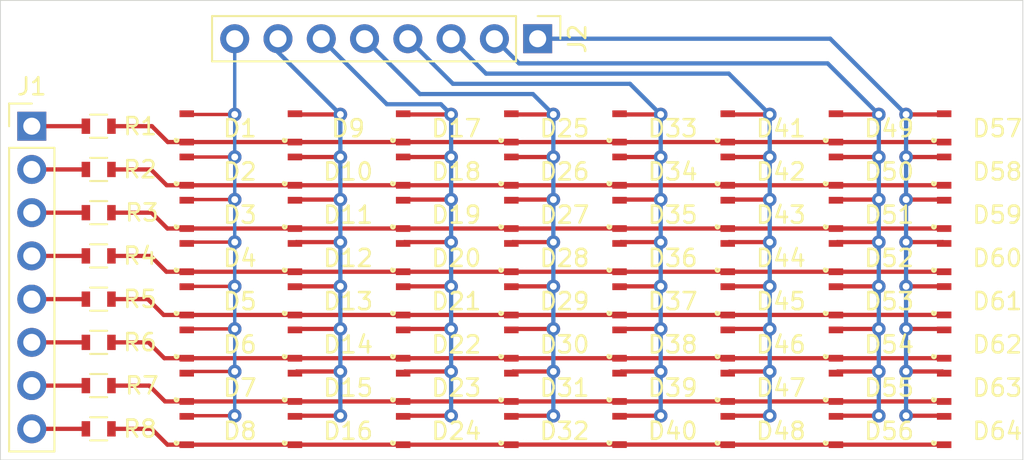
<source format=kicad_pcb>
(kicad_pcb (version 20171130) (host pcbnew "(5.1.9)-1")

  (general
    (thickness 1.6)
    (drawings 4)
    (tracks 309)
    (zones 0)
    (modules 74)
    (nets 25)
  )

  (page A4)
  (layers
    (0 F.Cu signal)
    (31 B.Cu signal)
    (32 B.Adhes user hide)
    (33 F.Adhes user hide)
    (34 B.Paste user hide)
    (35 F.Paste user hide)
    (36 B.SilkS user hide)
    (37 F.SilkS user)
    (38 B.Mask user hide)
    (39 F.Mask user hide)
    (40 Dwgs.User user hide)
    (41 Cmts.User user hide)
    (42 Eco1.User user hide)
    (43 Eco2.User user hide)
    (44 Edge.Cuts user)
    (45 Margin user hide)
    (46 B.CrtYd user hide)
    (47 F.CrtYd user hide)
    (48 B.Fab user hide)
    (49 F.Fab user hide)
  )

  (setup
    (last_trace_width 0.25)
    (user_trace_width 0.2)
    (user_trace_width 0.75)
    (trace_clearance 0.2)
    (zone_clearance 0.508)
    (zone_45_only no)
    (trace_min 0.2)
    (via_size 0.8)
    (via_drill 0.4)
    (via_min_size 0.35)
    (via_min_drill 0.3)
    (uvia_size 0.3)
    (uvia_drill 0.1)
    (uvias_allowed no)
    (uvia_min_size 0.2)
    (uvia_min_drill 0.1)
    (edge_width 0.05)
    (segment_width 0.2)
    (pcb_text_width 0.3)
    (pcb_text_size 1.5 1.5)
    (mod_edge_width 0.12)
    (mod_text_size 1 1)
    (mod_text_width 0.15)
    (pad_size 1.524 1.524)
    (pad_drill 0.762)
    (pad_to_mask_clearance 0)
    (aux_axis_origin 0 0)
    (visible_elements FFFFFF7F)
    (pcbplotparams
      (layerselection 0x010fc_ffffffff)
      (usegerberextensions false)
      (usegerberattributes true)
      (usegerberadvancedattributes false)
      (creategerberjobfile false)
      (excludeedgelayer true)
      (linewidth 0.100000)
      (plotframeref false)
      (viasonmask false)
      (mode 1)
      (useauxorigin false)
      (hpglpennumber 1)
      (hpglpenspeed 20)
      (hpglpendiameter 15.000000)
      (psnegative false)
      (psa4output false)
      (plotreference true)
      (plotvalue false)
      (plotinvisibletext false)
      (padsonsilk false)
      (subtractmaskfromsilk true)
      (outputformat 1)
      (mirror false)
      (drillshape 0)
      (scaleselection 1)
      (outputdirectory ""))
  )

  (net 0 "")
  (net 1 "Net-(D1-Pad2)")
  (net 2 "Net-(D1-Pad1)")
  (net 3 "Net-(D10-Pad1)")
  (net 4 "Net-(D11-Pad1)")
  (net 5 "Net-(D12-Pad1)")
  (net 6 "Net-(D13-Pad1)")
  (net 7 "Net-(D14-Pad1)")
  (net 8 "Net-(D15-Pad1)")
  (net 9 "Net-(D16-Pad1)")
  (net 10 "Net-(D10-Pad2)")
  (net 11 "Net-(D17-Pad2)")
  (net 12 "Net-(D25-Pad2)")
  (net 13 "Net-(D33-Pad2)")
  (net 14 "Net-(D41-Pad2)")
  (net 15 "Net-(D49-Pad2)")
  (net 16 "Net-(D57-Pad2)")
  (net 17 "Net-(J1-Pad1)")
  (net 18 "Net-(J1-Pad2)")
  (net 19 "Net-(J1-Pad3)")
  (net 20 "Net-(J1-Pad4)")
  (net 21 "Net-(J1-Pad5)")
  (net 22 "Net-(J1-Pad6)")
  (net 23 "Net-(J1-Pad7)")
  (net 24 "Net-(J1-Pad8)")

  (net_class Default "This is the default net class."
    (clearance 0.2)
    (trace_width 0.25)
    (via_dia 0.8)
    (via_drill 0.4)
    (uvia_dia 0.3)
    (uvia_drill 0.1)
    (add_net "Net-(D1-Pad1)")
    (add_net "Net-(D1-Pad2)")
    (add_net "Net-(D10-Pad1)")
    (add_net "Net-(D10-Pad2)")
    (add_net "Net-(D11-Pad1)")
    (add_net "Net-(D12-Pad1)")
    (add_net "Net-(D13-Pad1)")
    (add_net "Net-(D14-Pad1)")
    (add_net "Net-(D15-Pad1)")
    (add_net "Net-(D16-Pad1)")
    (add_net "Net-(D17-Pad2)")
    (add_net "Net-(D25-Pad2)")
    (add_net "Net-(D33-Pad2)")
    (add_net "Net-(D41-Pad2)")
    (add_net "Net-(D49-Pad2)")
    (add_net "Net-(D57-Pad2)")
    (add_net "Net-(J1-Pad1)")
    (add_net "Net-(J1-Pad2)")
    (add_net "Net-(J1-Pad3)")
    (add_net "Net-(J1-Pad4)")
    (add_net "Net-(J1-Pad5)")
    (add_net "Net-(J1-Pad6)")
    (add_net "Net-(J1-Pad7)")
    (add_net "Net-(J1-Pad8)")
  )

  (module Pin_Headers:Pin_Header_Straight_1x08_Pitch2.54mm (layer F.Cu) (tedit 59650532) (tstamp 60B5E3B9)
    (at 146.53 67.25 270)
    (descr "Through hole straight pin header, 1x08, 2.54mm pitch, single row")
    (tags "Through hole pin header THT 1x08 2.54mm single row")
    (path /60CE926E)
    (fp_text reference J2 (at 0 -2.33 90) (layer F.SilkS)
      (effects (font (size 1 1) (thickness 0.15)))
    )
    (fp_text value Conn_01x08_Male (at 0 20.11 90) (layer F.Fab)
      (effects (font (size 1 1) (thickness 0.15)))
    )
    (fp_line (start 1.8 -1.8) (end -1.8 -1.8) (layer F.CrtYd) (width 0.05))
    (fp_line (start 1.8 19.55) (end 1.8 -1.8) (layer F.CrtYd) (width 0.05))
    (fp_line (start -1.8 19.55) (end 1.8 19.55) (layer F.CrtYd) (width 0.05))
    (fp_line (start -1.8 -1.8) (end -1.8 19.55) (layer F.CrtYd) (width 0.05))
    (fp_line (start -1.33 -1.33) (end 0 -1.33) (layer F.SilkS) (width 0.12))
    (fp_line (start -1.33 0) (end -1.33 -1.33) (layer F.SilkS) (width 0.12))
    (fp_line (start -1.33 1.27) (end 1.33 1.27) (layer F.SilkS) (width 0.12))
    (fp_line (start 1.33 1.27) (end 1.33 19.11) (layer F.SilkS) (width 0.12))
    (fp_line (start -1.33 1.27) (end -1.33 19.11) (layer F.SilkS) (width 0.12))
    (fp_line (start -1.33 19.11) (end 1.33 19.11) (layer F.SilkS) (width 0.12))
    (fp_line (start -1.27 -0.635) (end -0.635 -1.27) (layer F.Fab) (width 0.1))
    (fp_line (start -1.27 19.05) (end -1.27 -0.635) (layer F.Fab) (width 0.1))
    (fp_line (start 1.27 19.05) (end -1.27 19.05) (layer F.Fab) (width 0.1))
    (fp_line (start 1.27 -1.27) (end 1.27 19.05) (layer F.Fab) (width 0.1))
    (fp_line (start -0.635 -1.27) (end 1.27 -1.27) (layer F.Fab) (width 0.1))
    (fp_text user %R (at 0 8.89) (layer F.Fab)
      (effects (font (size 1 1) (thickness 0.15)))
    )
    (pad 1 thru_hole rect (at 0 0 270) (size 1.7 1.7) (drill 1) (layers *.Cu *.Mask)
      (net 16 "Net-(D57-Pad2)"))
    (pad 2 thru_hole oval (at 0 2.54 270) (size 1.7 1.7) (drill 1) (layers *.Cu *.Mask)
      (net 15 "Net-(D49-Pad2)"))
    (pad 3 thru_hole oval (at 0 5.08 270) (size 1.7 1.7) (drill 1) (layers *.Cu *.Mask)
      (net 14 "Net-(D41-Pad2)"))
    (pad 4 thru_hole oval (at 0 7.62 270) (size 1.7 1.7) (drill 1) (layers *.Cu *.Mask)
      (net 13 "Net-(D33-Pad2)"))
    (pad 5 thru_hole oval (at 0 10.16 270) (size 1.7 1.7) (drill 1) (layers *.Cu *.Mask)
      (net 12 "Net-(D25-Pad2)"))
    (pad 6 thru_hole oval (at 0 12.7 270) (size 1.7 1.7) (drill 1) (layers *.Cu *.Mask)
      (net 11 "Net-(D17-Pad2)"))
    (pad 7 thru_hole oval (at 0 15.24 270) (size 1.7 1.7) (drill 1) (layers *.Cu *.Mask)
      (net 10 "Net-(D10-Pad2)"))
    (pad 8 thru_hole oval (at 0 17.78 270) (size 1.7 1.7) (drill 1) (layers *.Cu *.Mask)
      (net 1 "Net-(D1-Pad2)"))
    (model ${KISYS3DMOD}/Pin_Headers.3dshapes/Pin_Header_Straight_1x08_Pitch2.54mm.wrl
      (at (xyz 0 0 0))
      (scale (xyz 1 1 1))
      (rotate (xyz 0 0 0))
    )
  )

  (module Reverse_Mount_SMT_LED_PoC:0603_LED_Reverse (layer F.Cu) (tedit 60B6620E) (tstamp 60B5AF98)
    (at 127.635 73.66)
    (path /60B66417)
    (fp_text reference D2 (at 1.42 1.4) (layer F.SilkS)
      (effects (font (size 1 1) (thickness 0.15)))
    )
    (fp_text value LED (at 0 -0.5) (layer F.Fab)
      (effects (font (size 1 1) (thickness 0.15)))
    )
    (fp_circle (center -2.3 2.09) (end -2.3 2.07) (layer F.SilkS) (width 0.15))
    (pad 2 smd rect (at -1.7 0.54) (size 0.85 0.4) (layers F.Cu F.Paste F.Mask)
      (net 1 "Net-(D1-Pad2)") (zone_connect 0))
    (pad 1 smd rect (at -1.7 2.2) (size 0.85 0.4) (layers F.Cu F.Paste F.Mask)
      (net 3 "Net-(D10-Pad1)") (zone_connect 0))
    (pad "" np_thru_hole oval (at -1.7 1.37 90) (size 1.25 2.1) (drill oval 1.25 2.1) (layers *.Cu *.Mask Dwgs.User Eco1.User Eco2.User)
      (zone_connect 0))
  )

  (module Reverse_Mount_SMT_LED_PoC:0603_LED_Reverse (layer F.Cu) (tedit 60B6620E) (tstamp 60B5AFA0)
    (at 127.635 76.2)
    (path /60B6A05F)
    (fp_text reference D3 (at 1.42 1.4) (layer F.SilkS)
      (effects (font (size 1 1) (thickness 0.15)))
    )
    (fp_text value LED (at 0 -0.5) (layer F.Fab)
      (effects (font (size 1 1) (thickness 0.15)))
    )
    (fp_circle (center -2.3 2.09) (end -2.3 2.07) (layer F.SilkS) (width 0.15))
    (pad 2 smd rect (at -1.7 0.54) (size 0.85 0.4) (layers F.Cu F.Paste F.Mask)
      (net 1 "Net-(D1-Pad2)") (zone_connect 0))
    (pad 1 smd rect (at -1.7 2.2) (size 0.85 0.4) (layers F.Cu F.Paste F.Mask)
      (net 4 "Net-(D11-Pad1)") (zone_connect 0))
    (pad "" np_thru_hole oval (at -1.7 1.37 90) (size 1.25 2.1) (drill oval 1.25 2.1) (layers *.Cu *.Mask Dwgs.User Eco1.User Eco2.User)
      (zone_connect 0))
  )

  (module Reverse_Mount_SMT_LED_PoC:0603_LED_Reverse (layer F.Cu) (tedit 60B6620E) (tstamp 60B5B502)
    (at 127.635 78.74)
    (path /60B6E821)
    (fp_text reference D4 (at 1.42 1.4) (layer F.SilkS)
      (effects (font (size 1 1) (thickness 0.15)))
    )
    (fp_text value LED (at 0 -0.5) (layer F.Fab)
      (effects (font (size 1 1) (thickness 0.15)))
    )
    (fp_circle (center -2.3 2.09) (end -2.3 2.07) (layer F.SilkS) (width 0.15))
    (pad 2 smd rect (at -1.7 0.54) (size 0.85 0.4) (layers F.Cu F.Paste F.Mask)
      (net 1 "Net-(D1-Pad2)") (zone_connect 0))
    (pad 1 smd rect (at -1.7 2.2) (size 0.85 0.4) (layers F.Cu F.Paste F.Mask)
      (net 5 "Net-(D12-Pad1)") (zone_connect 0))
    (pad "" np_thru_hole oval (at -1.7 1.37 90) (size 1.25 2.1) (drill oval 1.25 2.1) (layers *.Cu *.Mask Dwgs.User Eco1.User Eco2.User)
      (zone_connect 0))
  )

  (module Reverse_Mount_SMT_LED_PoC:0603_LED_Reverse (layer F.Cu) (tedit 60B6620E) (tstamp 60B5AFB0)
    (at 127.635 81.28)
    (path /60B75233)
    (fp_text reference D5 (at 1.42 1.4) (layer F.SilkS)
      (effects (font (size 1 1) (thickness 0.15)))
    )
    (fp_text value LED (at 0 -0.5) (layer F.Fab)
      (effects (font (size 1 1) (thickness 0.15)))
    )
    (fp_circle (center -2.3 2.09) (end -2.3 2.07) (layer F.SilkS) (width 0.15))
    (pad 2 smd rect (at -1.7 0.54) (size 0.85 0.4) (layers F.Cu F.Paste F.Mask)
      (net 1 "Net-(D1-Pad2)") (zone_connect 0))
    (pad 1 smd rect (at -1.7 2.2) (size 0.85 0.4) (layers F.Cu F.Paste F.Mask)
      (net 6 "Net-(D13-Pad1)") (zone_connect 0))
    (pad "" np_thru_hole oval (at -1.7 1.37 90) (size 1.25 2.1) (drill oval 1.25 2.1) (layers *.Cu *.Mask Dwgs.User Eco1.User Eco2.User)
      (zone_connect 0))
  )

  (module Reverse_Mount_SMT_LED_PoC:0603_LED_Reverse (layer F.Cu) (tedit 60B6620E) (tstamp 60B5AFB8)
    (at 127.635 83.82)
    (path /60B88273)
    (fp_text reference D6 (at 1.42 1.4) (layer F.SilkS)
      (effects (font (size 1 1) (thickness 0.15)))
    )
    (fp_text value LED (at 0 -0.5) (layer F.Fab)
      (effects (font (size 1 1) (thickness 0.15)))
    )
    (fp_circle (center -2.3 2.09) (end -2.3 2.07) (layer F.SilkS) (width 0.15))
    (pad 2 smd rect (at -1.7 0.54) (size 0.85 0.4) (layers F.Cu F.Paste F.Mask)
      (net 1 "Net-(D1-Pad2)") (zone_connect 0))
    (pad 1 smd rect (at -1.7 2.2) (size 0.85 0.4) (layers F.Cu F.Paste F.Mask)
      (net 7 "Net-(D14-Pad1)") (zone_connect 0))
    (pad "" np_thru_hole oval (at -1.7 1.37 90) (size 1.25 2.1) (drill oval 1.25 2.1) (layers *.Cu *.Mask Dwgs.User Eco1.User Eco2.User)
      (zone_connect 0))
  )

  (module Reverse_Mount_SMT_LED_PoC:0603_LED_Reverse (layer F.Cu) (tedit 60B6620E) (tstamp 60B5AFC0)
    (at 127.635 86.36)
    (path /60B8F9B3)
    (fp_text reference D7 (at 1.42 1.4) (layer F.SilkS)
      (effects (font (size 1 1) (thickness 0.15)))
    )
    (fp_text value LED (at 0 -0.5) (layer F.Fab)
      (effects (font (size 1 1) (thickness 0.15)))
    )
    (fp_circle (center -2.3 2.09) (end -2.3 2.07) (layer F.SilkS) (width 0.15))
    (pad 2 smd rect (at -1.7 0.54) (size 0.85 0.4) (layers F.Cu F.Paste F.Mask)
      (net 1 "Net-(D1-Pad2)") (zone_connect 0))
    (pad 1 smd rect (at -1.7 2.2) (size 0.85 0.4) (layers F.Cu F.Paste F.Mask)
      (net 8 "Net-(D15-Pad1)") (zone_connect 0))
    (pad "" np_thru_hole oval (at -1.7 1.37 90) (size 1.25 2.1) (drill oval 1.25 2.1) (layers *.Cu *.Mask Dwgs.User Eco1.User Eco2.User)
      (zone_connect 0))
  )

  (module Reverse_Mount_SMT_LED_PoC:0603_LED_Reverse (layer F.Cu) (tedit 60B6620E) (tstamp 60B5AFC8)
    (at 127.635 88.9)
    (path /60B9D40D)
    (fp_text reference D8 (at 1.42 1.4) (layer F.SilkS)
      (effects (font (size 1 1) (thickness 0.15)))
    )
    (fp_text value LED (at 0 -0.5) (layer F.Fab)
      (effects (font (size 1 1) (thickness 0.15)))
    )
    (fp_circle (center -2.3 2.09) (end -2.3 2.07) (layer F.SilkS) (width 0.15))
    (pad 2 smd rect (at -1.7 0.54) (size 0.85 0.4) (layers F.Cu F.Paste F.Mask)
      (net 1 "Net-(D1-Pad2)") (zone_connect 0))
    (pad 1 smd rect (at -1.7 2.2) (size 0.85 0.4) (layers F.Cu F.Paste F.Mask)
      (net 9 "Net-(D16-Pad1)") (zone_connect 0))
    (pad "" np_thru_hole oval (at -1.7 1.37 90) (size 1.25 2.1) (drill oval 1.25 2.1) (layers *.Cu *.Mask Dwgs.User Eco1.User Eco2.User)
      (zone_connect 0))
  )

  (module Reverse_Mount_SMT_LED_PoC:0603_LED_Reverse (layer F.Cu) (tedit 60B6620E) (tstamp 60B5AFD0)
    (at 133.985 71.12)
    (path /60B5B2B8)
    (fp_text reference D9 (at 1.42 1.4) (layer F.SilkS)
      (effects (font (size 1 1) (thickness 0.15)))
    )
    (fp_text value LED (at 0 -0.5) (layer F.Fab)
      (effects (font (size 1 1) (thickness 0.15)))
    )
    (fp_circle (center -2.3 2.09) (end -2.3 2.07) (layer F.SilkS) (width 0.15))
    (pad 2 smd rect (at -1.7 0.54) (size 0.85 0.4) (layers F.Cu F.Paste F.Mask)
      (net 10 "Net-(D10-Pad2)") (zone_connect 0))
    (pad 1 smd rect (at -1.7 2.2) (size 0.85 0.4) (layers F.Cu F.Paste F.Mask)
      (net 2 "Net-(D1-Pad1)") (zone_connect 0))
    (pad "" np_thru_hole oval (at -1.7 1.37 90) (size 1.25 2.1) (drill oval 1.25 2.1) (layers *.Cu *.Mask Dwgs.User Eco1.User Eco2.User)
      (zone_connect 0))
  )

  (module Reverse_Mount_SMT_LED_PoC:0603_LED_Reverse (layer F.Cu) (tedit 60B6620E) (tstamp 60B5AFD8)
    (at 133.985 73.66)
    (path /60B6641D)
    (fp_text reference D10 (at 1.42 1.4) (layer F.SilkS)
      (effects (font (size 1 1) (thickness 0.15)))
    )
    (fp_text value LED (at 0 -0.5) (layer F.Fab)
      (effects (font (size 1 1) (thickness 0.15)))
    )
    (fp_circle (center -2.3 2.09) (end -2.3 2.07) (layer F.SilkS) (width 0.15))
    (pad 2 smd rect (at -1.7 0.54) (size 0.85 0.4) (layers F.Cu F.Paste F.Mask)
      (net 10 "Net-(D10-Pad2)") (zone_connect 0))
    (pad 1 smd rect (at -1.7 2.2) (size 0.85 0.4) (layers F.Cu F.Paste F.Mask)
      (net 3 "Net-(D10-Pad1)") (zone_connect 0))
    (pad "" np_thru_hole oval (at -1.7 1.37 90) (size 1.25 2.1) (drill oval 1.25 2.1) (layers *.Cu *.Mask Dwgs.User Eco1.User Eco2.User)
      (zone_connect 0))
  )

  (module Reverse_Mount_SMT_LED_PoC:0603_LED_Reverse (layer F.Cu) (tedit 60B6620E) (tstamp 60B5AFE0)
    (at 133.985 76.2)
    (path /60B6A065)
    (fp_text reference D11 (at 1.42 1.4) (layer F.SilkS)
      (effects (font (size 1 1) (thickness 0.15)))
    )
    (fp_text value LED (at 0 -0.5) (layer F.Fab)
      (effects (font (size 1 1) (thickness 0.15)))
    )
    (fp_circle (center -2.3 2.09) (end -2.3 2.07) (layer F.SilkS) (width 0.15))
    (pad 2 smd rect (at -1.7 0.54) (size 0.85 0.4) (layers F.Cu F.Paste F.Mask)
      (net 10 "Net-(D10-Pad2)") (zone_connect 0))
    (pad 1 smd rect (at -1.7 2.2) (size 0.85 0.4) (layers F.Cu F.Paste F.Mask)
      (net 4 "Net-(D11-Pad1)") (zone_connect 0))
    (pad "" np_thru_hole oval (at -1.7 1.37 90) (size 1.25 2.1) (drill oval 1.25 2.1) (layers *.Cu *.Mask Dwgs.User Eco1.User Eco2.User)
      (zone_connect 0))
  )

  (module Reverse_Mount_SMT_LED_PoC:0603_LED_Reverse (layer F.Cu) (tedit 60B6620E) (tstamp 60B5AFE8)
    (at 133.985 78.74)
    (path /60B6E827)
    (fp_text reference D12 (at 1.42 1.4) (layer F.SilkS)
      (effects (font (size 1 1) (thickness 0.15)))
    )
    (fp_text value LED (at 0 -0.5) (layer F.Fab)
      (effects (font (size 1 1) (thickness 0.15)))
    )
    (fp_circle (center -2.3 2.09) (end -2.3 2.07) (layer F.SilkS) (width 0.15))
    (pad 2 smd rect (at -1.7 0.54) (size 0.85 0.4) (layers F.Cu F.Paste F.Mask)
      (net 10 "Net-(D10-Pad2)") (zone_connect 0))
    (pad 1 smd rect (at -1.7 2.2) (size 0.85 0.4) (layers F.Cu F.Paste F.Mask)
      (net 5 "Net-(D12-Pad1)") (zone_connect 0))
    (pad "" np_thru_hole oval (at -1.7 1.37 90) (size 1.25 2.1) (drill oval 1.25 2.1) (layers *.Cu *.Mask Dwgs.User Eco1.User Eco2.User)
      (zone_connect 0))
  )

  (module Reverse_Mount_SMT_LED_PoC:0603_LED_Reverse (layer F.Cu) (tedit 60B6620E) (tstamp 60B5AFF0)
    (at 133.985 81.28)
    (path /60B75239)
    (fp_text reference D13 (at 1.42 1.4) (layer F.SilkS)
      (effects (font (size 1 1) (thickness 0.15)))
    )
    (fp_text value LED (at 0 -0.5) (layer F.Fab)
      (effects (font (size 1 1) (thickness 0.15)))
    )
    (fp_circle (center -2.3 2.09) (end -2.3 2.07) (layer F.SilkS) (width 0.15))
    (pad 2 smd rect (at -1.7 0.54) (size 0.85 0.4) (layers F.Cu F.Paste F.Mask)
      (net 10 "Net-(D10-Pad2)") (zone_connect 0))
    (pad 1 smd rect (at -1.7 2.2) (size 0.85 0.4) (layers F.Cu F.Paste F.Mask)
      (net 6 "Net-(D13-Pad1)") (zone_connect 0))
    (pad "" np_thru_hole oval (at -1.7 1.37 90) (size 1.25 2.1) (drill oval 1.25 2.1) (layers *.Cu *.Mask Dwgs.User Eco1.User Eco2.User)
      (zone_connect 0))
  )

  (module Reverse_Mount_SMT_LED_PoC:0603_LED_Reverse (layer F.Cu) (tedit 60B6620E) (tstamp 60B5AFF8)
    (at 133.985 83.82)
    (path /60B88279)
    (fp_text reference D14 (at 1.42 1.4) (layer F.SilkS)
      (effects (font (size 1 1) (thickness 0.15)))
    )
    (fp_text value LED (at 0 -0.5) (layer F.Fab)
      (effects (font (size 1 1) (thickness 0.15)))
    )
    (fp_circle (center -2.3 2.09) (end -2.3 2.07) (layer F.SilkS) (width 0.15))
    (pad 2 smd rect (at -1.7 0.54) (size 0.85 0.4) (layers F.Cu F.Paste F.Mask)
      (net 10 "Net-(D10-Pad2)") (zone_connect 0))
    (pad 1 smd rect (at -1.7 2.2) (size 0.85 0.4) (layers F.Cu F.Paste F.Mask)
      (net 7 "Net-(D14-Pad1)") (zone_connect 0))
    (pad "" np_thru_hole oval (at -1.7 1.37 90) (size 1.25 2.1) (drill oval 1.25 2.1) (layers *.Cu *.Mask Dwgs.User Eco1.User Eco2.User)
      (zone_connect 0))
  )

  (module Reverse_Mount_SMT_LED_PoC:0603_LED_Reverse (layer F.Cu) (tedit 60B6620E) (tstamp 60B5B000)
    (at 133.985 86.36)
    (path /60B8F9B9)
    (fp_text reference D15 (at 1.42 1.4) (layer F.SilkS)
      (effects (font (size 1 1) (thickness 0.15)))
    )
    (fp_text value LED (at 0 -0.5) (layer F.Fab)
      (effects (font (size 1 1) (thickness 0.15)))
    )
    (fp_circle (center -2.3 2.09) (end -2.3 2.07) (layer F.SilkS) (width 0.15))
    (pad 2 smd rect (at -1.7 0.54) (size 0.85 0.4) (layers F.Cu F.Paste F.Mask)
      (net 10 "Net-(D10-Pad2)") (zone_connect 0))
    (pad 1 smd rect (at -1.7 2.2) (size 0.85 0.4) (layers F.Cu F.Paste F.Mask)
      (net 8 "Net-(D15-Pad1)") (zone_connect 0))
    (pad "" np_thru_hole oval (at -1.7 1.37 90) (size 1.25 2.1) (drill oval 1.25 2.1) (layers *.Cu *.Mask Dwgs.User Eco1.User Eco2.User)
      (zone_connect 0))
  )

  (module Reverse_Mount_SMT_LED_PoC:0603_LED_Reverse (layer F.Cu) (tedit 60B6620E) (tstamp 60B5B008)
    (at 133.985 88.9)
    (path /60B9D413)
    (fp_text reference D16 (at 1.42 1.4) (layer F.SilkS)
      (effects (font (size 1 1) (thickness 0.15)))
    )
    (fp_text value LED (at 0 -0.5) (layer F.Fab)
      (effects (font (size 1 1) (thickness 0.15)))
    )
    (fp_circle (center -2.3 2.09) (end -2.3 2.07) (layer F.SilkS) (width 0.15))
    (pad 2 smd rect (at -1.7 0.54) (size 0.85 0.4) (layers F.Cu F.Paste F.Mask)
      (net 10 "Net-(D10-Pad2)") (zone_connect 0))
    (pad 1 smd rect (at -1.7 2.2) (size 0.85 0.4) (layers F.Cu F.Paste F.Mask)
      (net 9 "Net-(D16-Pad1)") (zone_connect 0))
    (pad "" np_thru_hole oval (at -1.7 1.37 90) (size 1.25 2.1) (drill oval 1.25 2.1) (layers *.Cu *.Mask Dwgs.User Eco1.User Eco2.User)
      (zone_connect 0))
  )

  (module Reverse_Mount_SMT_LED_PoC:0603_LED_Reverse (layer F.Cu) (tedit 60B6620E) (tstamp 60B5B010)
    (at 140.335 71.12)
    (path /60B5BAD2)
    (fp_text reference D17 (at 1.42 1.4) (layer F.SilkS)
      (effects (font (size 1 1) (thickness 0.15)))
    )
    (fp_text value LED (at 0 -0.5) (layer F.Fab)
      (effects (font (size 1 1) (thickness 0.15)))
    )
    (fp_circle (center -2.3 2.09) (end -2.3 2.07) (layer F.SilkS) (width 0.15))
    (pad 2 smd rect (at -1.7 0.54) (size 0.85 0.4) (layers F.Cu F.Paste F.Mask)
      (net 11 "Net-(D17-Pad2)") (zone_connect 0))
    (pad 1 smd rect (at -1.7 2.2) (size 0.85 0.4) (layers F.Cu F.Paste F.Mask)
      (net 2 "Net-(D1-Pad1)") (zone_connect 0))
    (pad "" np_thru_hole oval (at -1.7 1.37 90) (size 1.25 2.1) (drill oval 1.25 2.1) (layers *.Cu *.Mask Dwgs.User Eco1.User Eco2.User)
      (zone_connect 0))
  )

  (module Reverse_Mount_SMT_LED_PoC:0603_LED_Reverse (layer F.Cu) (tedit 60B6620E) (tstamp 60B5BAA4)
    (at 140.335 73.66)
    (path /60B66423)
    (fp_text reference D18 (at 1.42 1.4) (layer F.SilkS)
      (effects (font (size 1 1) (thickness 0.15)))
    )
    (fp_text value LED (at 0 -0.5) (layer F.Fab)
      (effects (font (size 1 1) (thickness 0.15)))
    )
    (fp_circle (center -2.3 2.09) (end -2.3 2.07) (layer F.SilkS) (width 0.15))
    (pad 2 smd rect (at -1.7 0.54) (size 0.85 0.4) (layers F.Cu F.Paste F.Mask)
      (net 11 "Net-(D17-Pad2)") (zone_connect 0))
    (pad 1 smd rect (at -1.7 2.2) (size 0.85 0.4) (layers F.Cu F.Paste F.Mask)
      (net 3 "Net-(D10-Pad1)") (zone_connect 0))
    (pad "" np_thru_hole oval (at -1.7 1.37 90) (size 1.25 2.1) (drill oval 1.25 2.1) (layers *.Cu *.Mask Dwgs.User Eco1.User Eco2.User)
      (zone_connect 0))
  )

  (module Reverse_Mount_SMT_LED_PoC:0603_LED_Reverse (layer F.Cu) (tedit 60B6620E) (tstamp 60B5B020)
    (at 140.335 76.2)
    (path /60B6A06B)
    (fp_text reference D19 (at 1.42 1.4) (layer F.SilkS)
      (effects (font (size 1 1) (thickness 0.15)))
    )
    (fp_text value LED (at 0 -0.5) (layer F.Fab)
      (effects (font (size 1 1) (thickness 0.15)))
    )
    (fp_circle (center -2.3 2.09) (end -2.3 2.07) (layer F.SilkS) (width 0.15))
    (pad 2 smd rect (at -1.7 0.54) (size 0.85 0.4) (layers F.Cu F.Paste F.Mask)
      (net 11 "Net-(D17-Pad2)") (zone_connect 0))
    (pad 1 smd rect (at -1.7 2.2) (size 0.85 0.4) (layers F.Cu F.Paste F.Mask)
      (net 4 "Net-(D11-Pad1)") (zone_connect 0))
    (pad "" np_thru_hole oval (at -1.7 1.37 90) (size 1.25 2.1) (drill oval 1.25 2.1) (layers *.Cu *.Mask Dwgs.User Eco1.User Eco2.User)
      (zone_connect 0))
  )

  (module Reverse_Mount_SMT_LED_PoC:0603_LED_Reverse (layer F.Cu) (tedit 60B6620E) (tstamp 60B5B526)
    (at 140.335 78.74)
    (path /60B6E82D)
    (fp_text reference D20 (at 1.42 1.4) (layer F.SilkS)
      (effects (font (size 1 1) (thickness 0.15)))
    )
    (fp_text value LED (at 0 -0.5) (layer F.Fab)
      (effects (font (size 1 1) (thickness 0.15)))
    )
    (fp_circle (center -2.3 2.09) (end -2.3 2.07) (layer F.SilkS) (width 0.15))
    (pad 2 smd rect (at -1.7 0.54) (size 0.85 0.4) (layers F.Cu F.Paste F.Mask)
      (net 11 "Net-(D17-Pad2)") (zone_connect 0))
    (pad 1 smd rect (at -1.7 2.2) (size 0.85 0.4) (layers F.Cu F.Paste F.Mask)
      (net 5 "Net-(D12-Pad1)") (zone_connect 0))
    (pad "" np_thru_hole oval (at -1.7 1.37 90) (size 1.25 2.1) (drill oval 1.25 2.1) (layers *.Cu *.Mask Dwgs.User Eco1.User Eco2.User)
      (zone_connect 0))
  )

  (module Reverse_Mount_SMT_LED_PoC:0603_LED_Reverse (layer F.Cu) (tedit 60B6620E) (tstamp 60B5B030)
    (at 140.335 81.28)
    (path /60B7523F)
    (fp_text reference D21 (at 1.42 1.4) (layer F.SilkS)
      (effects (font (size 1 1) (thickness 0.15)))
    )
    (fp_text value LED (at 0 -0.5) (layer F.Fab)
      (effects (font (size 1 1) (thickness 0.15)))
    )
    (fp_circle (center -2.3 2.09) (end -2.3 2.07) (layer F.SilkS) (width 0.15))
    (pad 2 smd rect (at -1.7 0.54) (size 0.85 0.4) (layers F.Cu F.Paste F.Mask)
      (net 11 "Net-(D17-Pad2)") (zone_connect 0))
    (pad 1 smd rect (at -1.7 2.2) (size 0.85 0.4) (layers F.Cu F.Paste F.Mask)
      (net 6 "Net-(D13-Pad1)") (zone_connect 0))
    (pad "" np_thru_hole oval (at -1.7 1.37 90) (size 1.25 2.1) (drill oval 1.25 2.1) (layers *.Cu *.Mask Dwgs.User Eco1.User Eco2.User)
      (zone_connect 0))
  )

  (module Reverse_Mount_SMT_LED_PoC:0603_LED_Reverse (layer F.Cu) (tedit 60B6620E) (tstamp 60B5B038)
    (at 140.335 83.82)
    (path /60B8827F)
    (fp_text reference D22 (at 1.42 1.4) (layer F.SilkS)
      (effects (font (size 1 1) (thickness 0.15)))
    )
    (fp_text value LED (at 0 -0.5) (layer F.Fab)
      (effects (font (size 1 1) (thickness 0.15)))
    )
    (fp_circle (center -2.3 2.09) (end -2.3 2.07) (layer F.SilkS) (width 0.15))
    (pad 2 smd rect (at -1.7 0.54) (size 0.85 0.4) (layers F.Cu F.Paste F.Mask)
      (net 11 "Net-(D17-Pad2)") (zone_connect 0))
    (pad 1 smd rect (at -1.7 2.2) (size 0.85 0.4) (layers F.Cu F.Paste F.Mask)
      (net 7 "Net-(D14-Pad1)") (zone_connect 0))
    (pad "" np_thru_hole oval (at -1.7 1.37 90) (size 1.25 2.1) (drill oval 1.25 2.1) (layers *.Cu *.Mask Dwgs.User Eco1.User Eco2.User)
      (zone_connect 0))
  )

  (module Reverse_Mount_SMT_LED_PoC:0603_LED_Reverse (layer F.Cu) (tedit 60B6620E) (tstamp 60B5B040)
    (at 140.335 86.36)
    (path /60B8F9BF)
    (fp_text reference D23 (at 1.42 1.4) (layer F.SilkS)
      (effects (font (size 1 1) (thickness 0.15)))
    )
    (fp_text value LED (at 0 -0.5) (layer F.Fab)
      (effects (font (size 1 1) (thickness 0.15)))
    )
    (fp_circle (center -2.3 2.09) (end -2.3 2.07) (layer F.SilkS) (width 0.15))
    (pad 2 smd rect (at -1.7 0.54) (size 0.85 0.4) (layers F.Cu F.Paste F.Mask)
      (net 11 "Net-(D17-Pad2)") (zone_connect 0))
    (pad 1 smd rect (at -1.7 2.2) (size 0.85 0.4) (layers F.Cu F.Paste F.Mask)
      (net 8 "Net-(D15-Pad1)") (zone_connect 0))
    (pad "" np_thru_hole oval (at -1.7 1.37 90) (size 1.25 2.1) (drill oval 1.25 2.1) (layers *.Cu *.Mask Dwgs.User Eco1.User Eco2.User)
      (zone_connect 0))
  )

  (module Reverse_Mount_SMT_LED_PoC:0603_LED_Reverse (layer F.Cu) (tedit 60B6620E) (tstamp 60B5B048)
    (at 140.335 88.9)
    (path /60B9D419)
    (fp_text reference D24 (at 1.42 1.4) (layer F.SilkS)
      (effects (font (size 1 1) (thickness 0.15)))
    )
    (fp_text value LED (at 0 -0.5) (layer F.Fab)
      (effects (font (size 1 1) (thickness 0.15)))
    )
    (fp_circle (center -2.3 2.09) (end -2.3 2.07) (layer F.SilkS) (width 0.15))
    (pad 2 smd rect (at -1.7 0.54) (size 0.85 0.4) (layers F.Cu F.Paste F.Mask)
      (net 11 "Net-(D17-Pad2)") (zone_connect 0))
    (pad 1 smd rect (at -1.7 2.2) (size 0.85 0.4) (layers F.Cu F.Paste F.Mask)
      (net 9 "Net-(D16-Pad1)") (zone_connect 0))
    (pad "" np_thru_hole oval (at -1.7 1.37 90) (size 1.25 2.1) (drill oval 1.25 2.1) (layers *.Cu *.Mask Dwgs.User Eco1.User Eco2.User)
      (zone_connect 0))
  )

  (module Reverse_Mount_SMT_LED_PoC:0603_LED_Reverse (layer F.Cu) (tedit 60B6620E) (tstamp 60B5B050)
    (at 146.685 71.12)
    (path /60B5BAD8)
    (fp_text reference D25 (at 1.42 1.4) (layer F.SilkS)
      (effects (font (size 1 1) (thickness 0.15)))
    )
    (fp_text value LED (at 0 -0.5) (layer F.Fab)
      (effects (font (size 1 1) (thickness 0.15)))
    )
    (fp_circle (center -2.3 2.09) (end -2.3 2.07) (layer F.SilkS) (width 0.15))
    (pad 2 smd rect (at -1.7 0.54) (size 0.85 0.4) (layers F.Cu F.Paste F.Mask)
      (net 12 "Net-(D25-Pad2)") (zone_connect 0))
    (pad 1 smd rect (at -1.7 2.2) (size 0.85 0.4) (layers F.Cu F.Paste F.Mask)
      (net 2 "Net-(D1-Pad1)") (zone_connect 0))
    (pad "" np_thru_hole oval (at -1.7 1.37 90) (size 1.25 2.1) (drill oval 1.25 2.1) (layers *.Cu *.Mask Dwgs.User Eco1.User Eco2.User)
      (zone_connect 0))
  )

  (module Reverse_Mount_SMT_LED_PoC:0603_LED_Reverse (layer F.Cu) (tedit 60B6620E) (tstamp 60B5B058)
    (at 146.685 73.66)
    (path /60B66429)
    (fp_text reference D26 (at 1.42 1.4) (layer F.SilkS)
      (effects (font (size 1 1) (thickness 0.15)))
    )
    (fp_text value LED (at 0 -0.5) (layer F.Fab)
      (effects (font (size 1 1) (thickness 0.15)))
    )
    (fp_circle (center -2.3 2.09) (end -2.3 2.07) (layer F.SilkS) (width 0.15))
    (pad 2 smd rect (at -1.7 0.54) (size 0.85 0.4) (layers F.Cu F.Paste F.Mask)
      (net 12 "Net-(D25-Pad2)") (zone_connect 0))
    (pad 1 smd rect (at -1.7 2.2) (size 0.85 0.4) (layers F.Cu F.Paste F.Mask)
      (net 3 "Net-(D10-Pad1)") (zone_connect 0))
    (pad "" np_thru_hole oval (at -1.7 1.37 90) (size 1.25 2.1) (drill oval 1.25 2.1) (layers *.Cu *.Mask Dwgs.User Eco1.User Eco2.User)
      (zone_connect 0))
  )

  (module Reverse_Mount_SMT_LED_PoC:0603_LED_Reverse (layer F.Cu) (tedit 60B6620E) (tstamp 60B5B060)
    (at 146.685 76.2)
    (path /60B6A071)
    (fp_text reference D27 (at 1.42 1.4) (layer F.SilkS)
      (effects (font (size 1 1) (thickness 0.15)))
    )
    (fp_text value LED (at 0 -0.5) (layer F.Fab)
      (effects (font (size 1 1) (thickness 0.15)))
    )
    (fp_circle (center -2.3 2.09) (end -2.3 2.07) (layer F.SilkS) (width 0.15))
    (pad 2 smd rect (at -1.7 0.54) (size 0.85 0.4) (layers F.Cu F.Paste F.Mask)
      (net 12 "Net-(D25-Pad2)") (zone_connect 0))
    (pad 1 smd rect (at -1.7 2.2) (size 0.85 0.4) (layers F.Cu F.Paste F.Mask)
      (net 4 "Net-(D11-Pad1)") (zone_connect 0))
    (pad "" np_thru_hole oval (at -1.7 1.37 90) (size 1.25 2.1) (drill oval 1.25 2.1) (layers *.Cu *.Mask Dwgs.User Eco1.User Eco2.User)
      (zone_connect 0))
  )

  (module Reverse_Mount_SMT_LED_PoC:0603_LED_Reverse (layer F.Cu) (tedit 60B6620E) (tstamp 60B5B068)
    (at 146.685 78.74)
    (path /60B6E833)
    (fp_text reference D28 (at 1.42 1.4) (layer F.SilkS)
      (effects (font (size 1 1) (thickness 0.15)))
    )
    (fp_text value LED (at 0 -0.5) (layer F.Fab)
      (effects (font (size 1 1) (thickness 0.15)))
    )
    (fp_circle (center -2.3 2.09) (end -2.3 2.07) (layer F.SilkS) (width 0.15))
    (pad 2 smd rect (at -1.7 0.54) (size 0.85 0.4) (layers F.Cu F.Paste F.Mask)
      (net 12 "Net-(D25-Pad2)") (zone_connect 0))
    (pad 1 smd rect (at -1.7 2.2) (size 0.85 0.4) (layers F.Cu F.Paste F.Mask)
      (net 5 "Net-(D12-Pad1)") (zone_connect 0))
    (pad "" np_thru_hole oval (at -1.7 1.37 90) (size 1.25 2.1) (drill oval 1.25 2.1) (layers *.Cu *.Mask Dwgs.User Eco1.User Eco2.User)
      (zone_connect 0))
  )

  (module Reverse_Mount_SMT_LED_PoC:0603_LED_Reverse (layer F.Cu) (tedit 60B6620E) (tstamp 60B5B070)
    (at 146.685 81.28)
    (path /60B75245)
    (fp_text reference D29 (at 1.42 1.4) (layer F.SilkS)
      (effects (font (size 1 1) (thickness 0.15)))
    )
    (fp_text value LED (at 0 -0.5) (layer F.Fab)
      (effects (font (size 1 1) (thickness 0.15)))
    )
    (fp_circle (center -2.3 2.09) (end -2.3 2.07) (layer F.SilkS) (width 0.15))
    (pad 2 smd rect (at -1.7 0.54) (size 0.85 0.4) (layers F.Cu F.Paste F.Mask)
      (net 12 "Net-(D25-Pad2)") (zone_connect 0))
    (pad 1 smd rect (at -1.7 2.2) (size 0.85 0.4) (layers F.Cu F.Paste F.Mask)
      (net 6 "Net-(D13-Pad1)") (zone_connect 0))
    (pad "" np_thru_hole oval (at -1.7 1.37 90) (size 1.25 2.1) (drill oval 1.25 2.1) (layers *.Cu *.Mask Dwgs.User Eco1.User Eco2.User)
      (zone_connect 0))
  )

  (module Reverse_Mount_SMT_LED_PoC:0603_LED_Reverse (layer F.Cu) (tedit 60B6620E) (tstamp 60B5B078)
    (at 146.685 83.82)
    (path /60B88285)
    (fp_text reference D30 (at 1.42 1.4) (layer F.SilkS)
      (effects (font (size 1 1) (thickness 0.15)))
    )
    (fp_text value LED (at 0 -0.5) (layer F.Fab)
      (effects (font (size 1 1) (thickness 0.15)))
    )
    (fp_circle (center -2.3 2.09) (end -2.3 2.07) (layer F.SilkS) (width 0.15))
    (pad 2 smd rect (at -1.7 0.54) (size 0.85 0.4) (layers F.Cu F.Paste F.Mask)
      (net 12 "Net-(D25-Pad2)") (zone_connect 0))
    (pad 1 smd rect (at -1.7 2.2) (size 0.85 0.4) (layers F.Cu F.Paste F.Mask)
      (net 7 "Net-(D14-Pad1)") (zone_connect 0))
    (pad "" np_thru_hole oval (at -1.7 1.37 90) (size 1.25 2.1) (drill oval 1.25 2.1) (layers *.Cu *.Mask Dwgs.User Eco1.User Eco2.User)
      (zone_connect 0))
  )

  (module Reverse_Mount_SMT_LED_PoC:0603_LED_Reverse (layer F.Cu) (tedit 60B6620E) (tstamp 60B5B080)
    (at 146.685 86.36)
    (path /60B8F9C5)
    (fp_text reference D31 (at 1.42 1.4) (layer F.SilkS)
      (effects (font (size 1 1) (thickness 0.15)))
    )
    (fp_text value LED (at 0 -0.5) (layer F.Fab)
      (effects (font (size 1 1) (thickness 0.15)))
    )
    (fp_circle (center -2.3 2.09) (end -2.3 2.07) (layer F.SilkS) (width 0.15))
    (pad 2 smd rect (at -1.7 0.54) (size 0.85 0.4) (layers F.Cu F.Paste F.Mask)
      (net 12 "Net-(D25-Pad2)") (zone_connect 0))
    (pad 1 smd rect (at -1.7 2.2) (size 0.85 0.4) (layers F.Cu F.Paste F.Mask)
      (net 8 "Net-(D15-Pad1)") (zone_connect 0))
    (pad "" np_thru_hole oval (at -1.7 1.37 90) (size 1.25 2.1) (drill oval 1.25 2.1) (layers *.Cu *.Mask Dwgs.User Eco1.User Eco2.User)
      (zone_connect 0))
  )

  (module Reverse_Mount_SMT_LED_PoC:0603_LED_Reverse (layer F.Cu) (tedit 60B6620E) (tstamp 60B5B088)
    (at 146.685 88.9)
    (path /60B9D41F)
    (fp_text reference D32 (at 1.42 1.4) (layer F.SilkS)
      (effects (font (size 1 1) (thickness 0.15)))
    )
    (fp_text value LED (at 0 -0.5) (layer F.Fab)
      (effects (font (size 1 1) (thickness 0.15)))
    )
    (fp_circle (center -2.3 2.09) (end -2.3 2.07) (layer F.SilkS) (width 0.15))
    (pad 2 smd rect (at -1.7 0.54) (size 0.85 0.4) (layers F.Cu F.Paste F.Mask)
      (net 12 "Net-(D25-Pad2)") (zone_connect 0))
    (pad 1 smd rect (at -1.7 2.2) (size 0.85 0.4) (layers F.Cu F.Paste F.Mask)
      (net 9 "Net-(D16-Pad1)") (zone_connect 0))
    (pad "" np_thru_hole oval (at -1.7 1.37 90) (size 1.25 2.1) (drill oval 1.25 2.1) (layers *.Cu *.Mask Dwgs.User Eco1.User Eco2.User)
      (zone_connect 0))
  )

  (module Reverse_Mount_SMT_LED_PoC:0603_LED_Reverse (layer F.Cu) (tedit 60B6620E) (tstamp 60B5B090)
    (at 153.035 71.12)
    (path /60B5D650)
    (fp_text reference D33 (at 1.42 1.4) (layer F.SilkS)
      (effects (font (size 1 1) (thickness 0.15)))
    )
    (fp_text value LED (at 0 -0.5) (layer F.Fab)
      (effects (font (size 1 1) (thickness 0.15)))
    )
    (fp_circle (center -2.3 2.09) (end -2.3 2.07) (layer F.SilkS) (width 0.15))
    (pad 2 smd rect (at -1.7 0.54) (size 0.85 0.4) (layers F.Cu F.Paste F.Mask)
      (net 13 "Net-(D33-Pad2)") (zone_connect 0))
    (pad 1 smd rect (at -1.7 2.2) (size 0.85 0.4) (layers F.Cu F.Paste F.Mask)
      (net 2 "Net-(D1-Pad1)") (zone_connect 0))
    (pad "" np_thru_hole oval (at -1.7 1.37 90) (size 1.25 2.1) (drill oval 1.25 2.1) (layers *.Cu *.Mask Dwgs.User Eco1.User Eco2.User)
      (zone_connect 0))
  )

  (module Reverse_Mount_SMT_LED_PoC:0603_LED_Reverse (layer F.Cu) (tedit 60B6620E) (tstamp 60B5B098)
    (at 153.035 73.66)
    (path /60B6642F)
    (fp_text reference D34 (at 1.42 1.4) (layer F.SilkS)
      (effects (font (size 1 1) (thickness 0.15)))
    )
    (fp_text value LED (at 0 -0.5) (layer F.Fab)
      (effects (font (size 1 1) (thickness 0.15)))
    )
    (fp_circle (center -2.3 2.09) (end -2.3 2.07) (layer F.SilkS) (width 0.15))
    (pad 2 smd rect (at -1.7 0.54) (size 0.85 0.4) (layers F.Cu F.Paste F.Mask)
      (net 13 "Net-(D33-Pad2)") (zone_connect 0))
    (pad 1 smd rect (at -1.7 2.2) (size 0.85 0.4) (layers F.Cu F.Paste F.Mask)
      (net 3 "Net-(D10-Pad1)") (zone_connect 0))
    (pad "" np_thru_hole oval (at -1.7 1.37 90) (size 1.25 2.1) (drill oval 1.25 2.1) (layers *.Cu *.Mask Dwgs.User Eco1.User Eco2.User)
      (zone_connect 0))
  )

  (module Reverse_Mount_SMT_LED_PoC:0603_LED_Reverse (layer F.Cu) (tedit 60B6620E) (tstamp 60B5B0A0)
    (at 153.035 76.2)
    (path /60B6A077)
    (fp_text reference D35 (at 1.42 1.4) (layer F.SilkS)
      (effects (font (size 1 1) (thickness 0.15)))
    )
    (fp_text value LED (at 0 -0.5) (layer F.Fab)
      (effects (font (size 1 1) (thickness 0.15)))
    )
    (fp_circle (center -2.3 2.09) (end -2.3 2.07) (layer F.SilkS) (width 0.15))
    (pad 2 smd rect (at -1.7 0.54) (size 0.85 0.4) (layers F.Cu F.Paste F.Mask)
      (net 13 "Net-(D33-Pad2)") (zone_connect 0))
    (pad 1 smd rect (at -1.7 2.2) (size 0.85 0.4) (layers F.Cu F.Paste F.Mask)
      (net 4 "Net-(D11-Pad1)") (zone_connect 0))
    (pad "" np_thru_hole oval (at -1.7 1.37 90) (size 1.25 2.1) (drill oval 1.25 2.1) (layers *.Cu *.Mask Dwgs.User Eco1.User Eco2.User)
      (zone_connect 0))
  )

  (module Reverse_Mount_SMT_LED_PoC:0603_LED_Reverse (layer F.Cu) (tedit 60B6620E) (tstamp 60B5B0A8)
    (at 153.035 78.74)
    (path /60B6E839)
    (fp_text reference D36 (at 1.42 1.4) (layer F.SilkS)
      (effects (font (size 1 1) (thickness 0.15)))
    )
    (fp_text value LED (at 0 -0.5) (layer F.Fab)
      (effects (font (size 1 1) (thickness 0.15)))
    )
    (fp_circle (center -2.3 2.09) (end -2.3 2.07) (layer F.SilkS) (width 0.15))
    (pad 2 smd rect (at -1.7 0.54) (size 0.85 0.4) (layers F.Cu F.Paste F.Mask)
      (net 13 "Net-(D33-Pad2)") (zone_connect 0))
    (pad 1 smd rect (at -1.7 2.2) (size 0.85 0.4) (layers F.Cu F.Paste F.Mask)
      (net 5 "Net-(D12-Pad1)") (zone_connect 0))
    (pad "" np_thru_hole oval (at -1.7 1.37 90) (size 1.25 2.1) (drill oval 1.25 2.1) (layers *.Cu *.Mask Dwgs.User Eco1.User Eco2.User)
      (zone_connect 0))
  )

  (module Reverse_Mount_SMT_LED_PoC:0603_LED_Reverse (layer F.Cu) (tedit 60B6620E) (tstamp 60B5B54A)
    (at 153.035 81.28)
    (path /60B7524B)
    (fp_text reference D37 (at 1.42 1.4) (layer F.SilkS)
      (effects (font (size 1 1) (thickness 0.15)))
    )
    (fp_text value LED (at 0 -0.5) (layer F.Fab)
      (effects (font (size 1 1) (thickness 0.15)))
    )
    (fp_circle (center -2.3 2.09) (end -2.3 2.07) (layer F.SilkS) (width 0.15))
    (pad 2 smd rect (at -1.7 0.54) (size 0.85 0.4) (layers F.Cu F.Paste F.Mask)
      (net 13 "Net-(D33-Pad2)") (zone_connect 0))
    (pad 1 smd rect (at -1.7 2.2) (size 0.85 0.4) (layers F.Cu F.Paste F.Mask)
      (net 6 "Net-(D13-Pad1)") (zone_connect 0))
    (pad "" np_thru_hole oval (at -1.7 1.37 90) (size 1.25 2.1) (drill oval 1.25 2.1) (layers *.Cu *.Mask Dwgs.User Eco1.User Eco2.User)
      (zone_connect 0))
  )

  (module Reverse_Mount_SMT_LED_PoC:0603_LED_Reverse (layer F.Cu) (tedit 60B6620E) (tstamp 60B5B0B8)
    (at 153.035 83.82)
    (path /60B8828B)
    (fp_text reference D38 (at 1.42 1.4) (layer F.SilkS)
      (effects (font (size 1 1) (thickness 0.15)))
    )
    (fp_text value LED (at 0 -0.5) (layer F.Fab)
      (effects (font (size 1 1) (thickness 0.15)))
    )
    (fp_circle (center -2.3 2.09) (end -2.3 2.07) (layer F.SilkS) (width 0.15))
    (pad 2 smd rect (at -1.7 0.54) (size 0.85 0.4) (layers F.Cu F.Paste F.Mask)
      (net 13 "Net-(D33-Pad2)") (zone_connect 0))
    (pad 1 smd rect (at -1.7 2.2) (size 0.85 0.4) (layers F.Cu F.Paste F.Mask)
      (net 7 "Net-(D14-Pad1)") (zone_connect 0))
    (pad "" np_thru_hole oval (at -1.7 1.37 90) (size 1.25 2.1) (drill oval 1.25 2.1) (layers *.Cu *.Mask Dwgs.User Eco1.User Eco2.User)
      (zone_connect 0))
  )

  (module Reverse_Mount_SMT_LED_PoC:0603_LED_Reverse (layer F.Cu) (tedit 60B6620E) (tstamp 60B5B0C0)
    (at 153.035 86.36)
    (path /60B8F9CB)
    (fp_text reference D39 (at 1.42 1.4) (layer F.SilkS)
      (effects (font (size 1 1) (thickness 0.15)))
    )
    (fp_text value LED (at 0 -0.5) (layer F.Fab)
      (effects (font (size 1 1) (thickness 0.15)))
    )
    (fp_circle (center -2.3 2.09) (end -2.3 2.07) (layer F.SilkS) (width 0.15))
    (pad 2 smd rect (at -1.7 0.54) (size 0.85 0.4) (layers F.Cu F.Paste F.Mask)
      (net 13 "Net-(D33-Pad2)") (zone_connect 0))
    (pad 1 smd rect (at -1.7 2.2) (size 0.85 0.4) (layers F.Cu F.Paste F.Mask)
      (net 8 "Net-(D15-Pad1)") (zone_connect 0))
    (pad "" np_thru_hole oval (at -1.7 1.37 90) (size 1.25 2.1) (drill oval 1.25 2.1) (layers *.Cu *.Mask Dwgs.User Eco1.User Eco2.User)
      (zone_connect 0))
  )

  (module Reverse_Mount_SMT_LED_PoC:0603_LED_Reverse (layer F.Cu) (tedit 60B6620E) (tstamp 60B5B0C8)
    (at 153.035 88.895)
    (path /60B9D425)
    (fp_text reference D40 (at 1.42 1.4) (layer F.SilkS)
      (effects (font (size 1 1) (thickness 0.15)))
    )
    (fp_text value LED (at 0 -0.5) (layer F.Fab)
      (effects (font (size 1 1) (thickness 0.15)))
    )
    (fp_circle (center -2.3 2.09) (end -2.3 2.07) (layer F.SilkS) (width 0.15))
    (pad 2 smd rect (at -1.7 0.54) (size 0.85 0.4) (layers F.Cu F.Paste F.Mask)
      (net 13 "Net-(D33-Pad2)") (zone_connect 0))
    (pad 1 smd rect (at -1.7 2.2) (size 0.85 0.4) (layers F.Cu F.Paste F.Mask)
      (net 9 "Net-(D16-Pad1)") (zone_connect 0))
    (pad "" np_thru_hole oval (at -1.7 1.37 90) (size 1.25 2.1) (drill oval 1.25 2.1) (layers *.Cu *.Mask Dwgs.User Eco1.User Eco2.User)
      (zone_connect 0))
  )

  (module Reverse_Mount_SMT_LED_PoC:0603_LED_Reverse (layer F.Cu) (tedit 60B6620E) (tstamp 60B5B0D0)
    (at 159.385 71.12)
    (path /60B5D656)
    (fp_text reference D41 (at 1.42 1.4) (layer F.SilkS)
      (effects (font (size 1 1) (thickness 0.15)))
    )
    (fp_text value LED (at 0 -0.5) (layer F.Fab)
      (effects (font (size 1 1) (thickness 0.15)))
    )
    (fp_circle (center -2.3 2.09) (end -2.3 2.07) (layer F.SilkS) (width 0.15))
    (pad 2 smd rect (at -1.7 0.54) (size 0.85 0.4) (layers F.Cu F.Paste F.Mask)
      (net 14 "Net-(D41-Pad2)") (zone_connect 0))
    (pad 1 smd rect (at -1.7 2.2) (size 0.85 0.4) (layers F.Cu F.Paste F.Mask)
      (net 2 "Net-(D1-Pad1)") (zone_connect 0))
    (pad "" np_thru_hole oval (at -1.7 1.37 90) (size 1.25 2.1) (drill oval 1.25 2.1) (layers *.Cu *.Mask Dwgs.User Eco1.User Eco2.User)
      (zone_connect 0))
  )

  (module Reverse_Mount_SMT_LED_PoC:0603_LED_Reverse (layer F.Cu) (tedit 60B6620E) (tstamp 60B5B0D8)
    (at 159.385 73.66)
    (path /60B66435)
    (fp_text reference D42 (at 1.42 1.4) (layer F.SilkS)
      (effects (font (size 1 1) (thickness 0.15)))
    )
    (fp_text value LED (at 0 -0.5) (layer F.Fab)
      (effects (font (size 1 1) (thickness 0.15)))
    )
    (fp_circle (center -2.3 2.09) (end -2.3 2.07) (layer F.SilkS) (width 0.15))
    (pad 2 smd rect (at -1.7 0.54) (size 0.85 0.4) (layers F.Cu F.Paste F.Mask)
      (net 14 "Net-(D41-Pad2)") (zone_connect 0))
    (pad 1 smd rect (at -1.7 2.2) (size 0.85 0.4) (layers F.Cu F.Paste F.Mask)
      (net 3 "Net-(D10-Pad1)") (zone_connect 0))
    (pad "" np_thru_hole oval (at -1.7 1.37 90) (size 1.25 2.1) (drill oval 1.25 2.1) (layers *.Cu *.Mask Dwgs.User Eco1.User Eco2.User)
      (zone_connect 0))
  )

  (module Reverse_Mount_SMT_LED_PoC:0603_LED_Reverse (layer F.Cu) (tedit 60B6620E) (tstamp 60B5B0E0)
    (at 159.385 76.2)
    (path /60B6A07D)
    (fp_text reference D43 (at 1.42 1.4) (layer F.SilkS)
      (effects (font (size 1 1) (thickness 0.15)))
    )
    (fp_text value LED (at 0 -0.5) (layer F.Fab)
      (effects (font (size 1 1) (thickness 0.15)))
    )
    (fp_circle (center -2.3 2.09) (end -2.3 2.07) (layer F.SilkS) (width 0.15))
    (pad 2 smd rect (at -1.7 0.54) (size 0.85 0.4) (layers F.Cu F.Paste F.Mask)
      (net 14 "Net-(D41-Pad2)") (zone_connect 0))
    (pad 1 smd rect (at -1.7 2.2) (size 0.85 0.4) (layers F.Cu F.Paste F.Mask)
      (net 4 "Net-(D11-Pad1)") (zone_connect 0))
    (pad "" np_thru_hole oval (at -1.7 1.37 90) (size 1.25 2.1) (drill oval 1.25 2.1) (layers *.Cu *.Mask Dwgs.User Eco1.User Eco2.User)
      (zone_connect 0))
  )

  (module Reverse_Mount_SMT_LED_PoC:0603_LED_Reverse (layer F.Cu) (tedit 60B6620E) (tstamp 60B5B0E8)
    (at 159.385 78.74)
    (path /60B6E83F)
    (fp_text reference D44 (at 1.42 1.4) (layer F.SilkS)
      (effects (font (size 1 1) (thickness 0.15)))
    )
    (fp_text value LED (at 0 -0.5) (layer F.Fab)
      (effects (font (size 1 1) (thickness 0.15)))
    )
    (fp_circle (center -2.3 2.09) (end -2.3 2.07) (layer F.SilkS) (width 0.15))
    (pad 2 smd rect (at -1.7 0.54) (size 0.85 0.4) (layers F.Cu F.Paste F.Mask)
      (net 14 "Net-(D41-Pad2)") (zone_connect 0))
    (pad 1 smd rect (at -1.7 2.2) (size 0.85 0.4) (layers F.Cu F.Paste F.Mask)
      (net 5 "Net-(D12-Pad1)") (zone_connect 0))
    (pad "" np_thru_hole oval (at -1.7 1.37 90) (size 1.25 2.1) (drill oval 1.25 2.1) (layers *.Cu *.Mask Dwgs.User Eco1.User Eco2.User)
      (zone_connect 0))
  )

  (module Reverse_Mount_SMT_LED_PoC:0603_LED_Reverse (layer F.Cu) (tedit 60B6620E) (tstamp 60B5B0F0)
    (at 159.385 81.28)
    (path /60B75251)
    (fp_text reference D45 (at 1.42 1.4) (layer F.SilkS)
      (effects (font (size 1 1) (thickness 0.15)))
    )
    (fp_text value LED (at 0 -0.5) (layer F.Fab)
      (effects (font (size 1 1) (thickness 0.15)))
    )
    (fp_circle (center -2.3 2.09) (end -2.3 2.07) (layer F.SilkS) (width 0.15))
    (pad 2 smd rect (at -1.7 0.54) (size 0.85 0.4) (layers F.Cu F.Paste F.Mask)
      (net 14 "Net-(D41-Pad2)") (zone_connect 0))
    (pad 1 smd rect (at -1.7 2.2) (size 0.85 0.4) (layers F.Cu F.Paste F.Mask)
      (net 6 "Net-(D13-Pad1)") (zone_connect 0))
    (pad "" np_thru_hole oval (at -1.7 1.37 90) (size 1.25 2.1) (drill oval 1.25 2.1) (layers *.Cu *.Mask Dwgs.User Eco1.User Eco2.User)
      (zone_connect 0))
  )

  (module Reverse_Mount_SMT_LED_PoC:0603_LED_Reverse (layer F.Cu) (tedit 60B6620E) (tstamp 60B5B0F8)
    (at 159.385 83.82)
    (path /60B88291)
    (fp_text reference D46 (at 1.42 1.4) (layer F.SilkS)
      (effects (font (size 1 1) (thickness 0.15)))
    )
    (fp_text value LED (at 0 -0.5) (layer F.Fab)
      (effects (font (size 1 1) (thickness 0.15)))
    )
    (fp_circle (center -2.3 2.09) (end -2.3 2.07) (layer F.SilkS) (width 0.15))
    (pad 2 smd rect (at -1.7 0.54) (size 0.85 0.4) (layers F.Cu F.Paste F.Mask)
      (net 14 "Net-(D41-Pad2)") (zone_connect 0))
    (pad 1 smd rect (at -1.7 2.2) (size 0.85 0.4) (layers F.Cu F.Paste F.Mask)
      (net 7 "Net-(D14-Pad1)") (zone_connect 0))
    (pad "" np_thru_hole oval (at -1.7 1.37 90) (size 1.25 2.1) (drill oval 1.25 2.1) (layers *.Cu *.Mask Dwgs.User Eco1.User Eco2.User)
      (zone_connect 0))
  )

  (module Reverse_Mount_SMT_LED_PoC:0603_LED_Reverse (layer F.Cu) (tedit 60B6620E) (tstamp 60B5B100)
    (at 159.385 86.36)
    (path /60B8F9D1)
    (fp_text reference D47 (at 1.42 1.4) (layer F.SilkS)
      (effects (font (size 1 1) (thickness 0.15)))
    )
    (fp_text value LED (at 0 -0.5) (layer F.Fab)
      (effects (font (size 1 1) (thickness 0.15)))
    )
    (fp_circle (center -2.3 2.09) (end -2.3 2.07) (layer F.SilkS) (width 0.15))
    (pad 2 smd rect (at -1.7 0.54) (size 0.85 0.4) (layers F.Cu F.Paste F.Mask)
      (net 14 "Net-(D41-Pad2)") (zone_connect 0))
    (pad 1 smd rect (at -1.7 2.2) (size 0.85 0.4) (layers F.Cu F.Paste F.Mask)
      (net 8 "Net-(D15-Pad1)") (zone_connect 0))
    (pad "" np_thru_hole oval (at -1.7 1.37 90) (size 1.25 2.1) (drill oval 1.25 2.1) (layers *.Cu *.Mask Dwgs.User Eco1.User Eco2.User)
      (zone_connect 0))
  )

  (module Reverse_Mount_SMT_LED_PoC:0603_LED_Reverse (layer F.Cu) (tedit 60B6620E) (tstamp 60B5B108)
    (at 159.385 88.9)
    (path /60B9D42B)
    (fp_text reference D48 (at 1.42 1.4) (layer F.SilkS)
      (effects (font (size 1 1) (thickness 0.15)))
    )
    (fp_text value LED (at 0 -0.5) (layer F.Fab)
      (effects (font (size 1 1) (thickness 0.15)))
    )
    (fp_circle (center -2.3 2.09) (end -2.3 2.07) (layer F.SilkS) (width 0.15))
    (pad 2 smd rect (at -1.7 0.54) (size 0.85 0.4) (layers F.Cu F.Paste F.Mask)
      (net 14 "Net-(D41-Pad2)") (zone_connect 0))
    (pad 1 smd rect (at -1.7 2.2) (size 0.85 0.4) (layers F.Cu F.Paste F.Mask)
      (net 9 "Net-(D16-Pad1)") (zone_connect 0))
    (pad "" np_thru_hole oval (at -1.7 1.37 90) (size 1.25 2.1) (drill oval 1.25 2.1) (layers *.Cu *.Mask Dwgs.User Eco1.User Eco2.User)
      (zone_connect 0))
  )

  (module Reverse_Mount_SMT_LED_PoC:0603_LED_Reverse (layer F.Cu) (tedit 60B6620E) (tstamp 60B5B110)
    (at 165.735 71.12)
    (path /60B5D65C)
    (fp_text reference D49 (at 1.42 1.4) (layer F.SilkS)
      (effects (font (size 1 1) (thickness 0.15)))
    )
    (fp_text value LED (at 0 -0.5) (layer F.Fab)
      (effects (font (size 1 1) (thickness 0.15)))
    )
    (fp_circle (center -2.3 2.09) (end -2.3 2.07) (layer F.SilkS) (width 0.15))
    (pad 2 smd rect (at -1.7 0.54) (size 0.85 0.4) (layers F.Cu F.Paste F.Mask)
      (net 15 "Net-(D49-Pad2)") (zone_connect 0))
    (pad 1 smd rect (at -1.7 2.2) (size 0.85 0.4) (layers F.Cu F.Paste F.Mask)
      (net 2 "Net-(D1-Pad1)") (zone_connect 0))
    (pad "" np_thru_hole oval (at -1.7 1.37 90) (size 1.25 2.1) (drill oval 1.25 2.1) (layers *.Cu *.Mask Dwgs.User Eco1.User Eco2.User)
      (zone_connect 0))
  )

  (module Reverse_Mount_SMT_LED_PoC:0603_LED_Reverse (layer F.Cu) (tedit 60B6620E) (tstamp 60B5B118)
    (at 165.735 73.66)
    (path /60B6643B)
    (fp_text reference D50 (at 1.42 1.4) (layer F.SilkS)
      (effects (font (size 1 1) (thickness 0.15)))
    )
    (fp_text value LED (at 0 -0.5) (layer F.Fab)
      (effects (font (size 1 1) (thickness 0.15)))
    )
    (fp_circle (center -2.3 2.09) (end -2.3 2.07) (layer F.SilkS) (width 0.15))
    (pad 2 smd rect (at -1.7 0.54) (size 0.85 0.4) (layers F.Cu F.Paste F.Mask)
      (net 15 "Net-(D49-Pad2)") (zone_connect 0))
    (pad 1 smd rect (at -1.7 2.2) (size 0.85 0.4) (layers F.Cu F.Paste F.Mask)
      (net 3 "Net-(D10-Pad1)") (zone_connect 0))
    (pad "" np_thru_hole oval (at -1.7 1.37 90) (size 1.25 2.1) (drill oval 1.25 2.1) (layers *.Cu *.Mask Dwgs.User Eco1.User Eco2.User)
      (zone_connect 0))
  )

  (module Reverse_Mount_SMT_LED_PoC:0603_LED_Reverse (layer F.Cu) (tedit 60B6620E) (tstamp 60B5B120)
    (at 165.735 76.2)
    (path /60B6A083)
    (fp_text reference D51 (at 1.42 1.4) (layer F.SilkS)
      (effects (font (size 1 1) (thickness 0.15)))
    )
    (fp_text value LED (at 0 -0.5) (layer F.Fab)
      (effects (font (size 1 1) (thickness 0.15)))
    )
    (fp_circle (center -2.3 2.09) (end -2.3 2.07) (layer F.SilkS) (width 0.15))
    (pad 2 smd rect (at -1.7 0.54) (size 0.85 0.4) (layers F.Cu F.Paste F.Mask)
      (net 15 "Net-(D49-Pad2)") (zone_connect 0))
    (pad 1 smd rect (at -1.7 2.2) (size 0.85 0.4) (layers F.Cu F.Paste F.Mask)
      (net 4 "Net-(D11-Pad1)") (zone_connect 0))
    (pad "" np_thru_hole oval (at -1.7 1.37 90) (size 1.25 2.1) (drill oval 1.25 2.1) (layers *.Cu *.Mask Dwgs.User Eco1.User Eco2.User)
      (zone_connect 0))
  )

  (module Reverse_Mount_SMT_LED_PoC:0603_LED_Reverse (layer F.Cu) (tedit 60B6620E) (tstamp 60B5B128)
    (at 165.735 78.74)
    (path /60B6E845)
    (fp_text reference D52 (at 1.42 1.4) (layer F.SilkS)
      (effects (font (size 1 1) (thickness 0.15)))
    )
    (fp_text value LED (at 0 -0.5) (layer F.Fab)
      (effects (font (size 1 1) (thickness 0.15)))
    )
    (fp_circle (center -2.3 2.09) (end -2.3 2.07) (layer F.SilkS) (width 0.15))
    (pad 2 smd rect (at -1.7 0.54) (size 0.85 0.4) (layers F.Cu F.Paste F.Mask)
      (net 15 "Net-(D49-Pad2)") (zone_connect 0))
    (pad 1 smd rect (at -1.7 2.2) (size 0.85 0.4) (layers F.Cu F.Paste F.Mask)
      (net 5 "Net-(D12-Pad1)") (zone_connect 0))
    (pad "" np_thru_hole oval (at -1.7 1.37 90) (size 1.25 2.1) (drill oval 1.25 2.1) (layers *.Cu *.Mask Dwgs.User Eco1.User Eco2.User)
      (zone_connect 0))
  )

  (module Reverse_Mount_SMT_LED_PoC:0603_LED_Reverse (layer F.Cu) (tedit 60B6620E) (tstamp 60B5B130)
    (at 165.735 81.28)
    (path /60B75257)
    (fp_text reference D53 (at 1.42 1.4) (layer F.SilkS)
      (effects (font (size 1 1) (thickness 0.15)))
    )
    (fp_text value LED (at 0 -0.5) (layer F.Fab)
      (effects (font (size 1 1) (thickness 0.15)))
    )
    (fp_circle (center -2.3 2.09) (end -2.3 2.07) (layer F.SilkS) (width 0.15))
    (pad 2 smd rect (at -1.7 0.54) (size 0.85 0.4) (layers F.Cu F.Paste F.Mask)
      (net 15 "Net-(D49-Pad2)") (zone_connect 0))
    (pad 1 smd rect (at -1.7 2.2) (size 0.85 0.4) (layers F.Cu F.Paste F.Mask)
      (net 6 "Net-(D13-Pad1)") (zone_connect 0))
    (pad "" np_thru_hole oval (at -1.7 1.37 90) (size 1.25 2.1) (drill oval 1.25 2.1) (layers *.Cu *.Mask Dwgs.User Eco1.User Eco2.User)
      (zone_connect 0))
  )

  (module Reverse_Mount_SMT_LED_PoC:0603_LED_Reverse (layer F.Cu) (tedit 60B6620E) (tstamp 60B5B138)
    (at 165.735 83.82)
    (path /60B88297)
    (fp_text reference D54 (at 1.42 1.4) (layer F.SilkS)
      (effects (font (size 1 1) (thickness 0.15)))
    )
    (fp_text value LED (at 0 -0.5) (layer F.Fab)
      (effects (font (size 1 1) (thickness 0.15)))
    )
    (fp_circle (center -2.3 2.09) (end -2.3 2.07) (layer F.SilkS) (width 0.15))
    (pad 2 smd rect (at -1.7 0.54) (size 0.85 0.4) (layers F.Cu F.Paste F.Mask)
      (net 15 "Net-(D49-Pad2)") (zone_connect 0))
    (pad 1 smd rect (at -1.7 2.2) (size 0.85 0.4) (layers F.Cu F.Paste F.Mask)
      (net 7 "Net-(D14-Pad1)") (zone_connect 0))
    (pad "" np_thru_hole oval (at -1.7 1.37 90) (size 1.25 2.1) (drill oval 1.25 2.1) (layers *.Cu *.Mask Dwgs.User Eco1.User Eco2.User)
      (zone_connect 0))
  )

  (module Reverse_Mount_SMT_LED_PoC:0603_LED_Reverse (layer F.Cu) (tedit 60B6620E) (tstamp 60B5B140)
    (at 165.735 86.36)
    (path /60B8F9D7)
    (fp_text reference D55 (at 1.42 1.4) (layer F.SilkS)
      (effects (font (size 1 1) (thickness 0.15)))
    )
    (fp_text value LED (at 0 -0.5) (layer F.Fab)
      (effects (font (size 1 1) (thickness 0.15)))
    )
    (fp_circle (center -2.3 2.09) (end -2.3 2.07) (layer F.SilkS) (width 0.15))
    (pad 2 smd rect (at -1.7 0.54) (size 0.85 0.4) (layers F.Cu F.Paste F.Mask)
      (net 15 "Net-(D49-Pad2)") (zone_connect 0))
    (pad 1 smd rect (at -1.7 2.2) (size 0.85 0.4) (layers F.Cu F.Paste F.Mask)
      (net 8 "Net-(D15-Pad1)") (zone_connect 0))
    (pad "" np_thru_hole oval (at -1.7 1.37 90) (size 1.25 2.1) (drill oval 1.25 2.1) (layers *.Cu *.Mask Dwgs.User Eco1.User Eco2.User)
      (zone_connect 0))
  )

  (module Reverse_Mount_SMT_LED_PoC:0603_LED_Reverse (layer F.Cu) (tedit 60B6620E) (tstamp 60B5B148)
    (at 165.735 88.9)
    (path /60B9D431)
    (fp_text reference D56 (at 1.42 1.4) (layer F.SilkS)
      (effects (font (size 1 1) (thickness 0.15)))
    )
    (fp_text value LED (at 0 -0.5) (layer F.Fab)
      (effects (font (size 1 1) (thickness 0.15)))
    )
    (fp_circle (center -2.3 2.09) (end -2.3 2.07) (layer F.SilkS) (width 0.15))
    (pad 2 smd rect (at -1.7 0.54) (size 0.85 0.4) (layers F.Cu F.Paste F.Mask)
      (net 15 "Net-(D49-Pad2)") (zone_connect 0))
    (pad 1 smd rect (at -1.7 2.2) (size 0.85 0.4) (layers F.Cu F.Paste F.Mask)
      (net 9 "Net-(D16-Pad1)") (zone_connect 0))
    (pad "" np_thru_hole oval (at -1.7 1.37 90) (size 1.25 2.1) (drill oval 1.25 2.1) (layers *.Cu *.Mask Dwgs.User Eco1.User Eco2.User)
      (zone_connect 0))
  )

  (module Reverse_Mount_SMT_LED_PoC:0603_LED_Reverse (layer F.Cu) (tedit 60B6620E) (tstamp 60B5B150)
    (at 172.085 71.12)
    (path /60B5D662)
    (fp_text reference D57 (at 1.42 1.4) (layer F.SilkS)
      (effects (font (size 1 1) (thickness 0.15)))
    )
    (fp_text value LED (at 0 -0.5) (layer F.Fab)
      (effects (font (size 1 1) (thickness 0.15)))
    )
    (fp_circle (center -2.3 2.09) (end -2.3 2.07) (layer F.SilkS) (width 0.15))
    (pad 2 smd rect (at -1.7 0.54) (size 0.85 0.4) (layers F.Cu F.Paste F.Mask)
      (net 16 "Net-(D57-Pad2)") (zone_connect 0))
    (pad 1 smd rect (at -1.7 2.2) (size 0.85 0.4) (layers F.Cu F.Paste F.Mask)
      (net 2 "Net-(D1-Pad1)") (zone_connect 0))
    (pad "" np_thru_hole oval (at -1.7 1.37 90) (size 1.25 2.1) (drill oval 1.25 2.1) (layers *.Cu *.Mask Dwgs.User Eco1.User Eco2.User)
      (zone_connect 0))
  )

  (module Reverse_Mount_SMT_LED_PoC:0603_LED_Reverse (layer F.Cu) (tedit 60B6620E) (tstamp 60B5B158)
    (at 172.085 73.66)
    (path /60B66441)
    (fp_text reference D58 (at 1.42 1.4) (layer F.SilkS)
      (effects (font (size 1 1) (thickness 0.15)))
    )
    (fp_text value LED (at 0 -0.5) (layer F.Fab)
      (effects (font (size 1 1) (thickness 0.15)))
    )
    (fp_circle (center -2.3 2.09) (end -2.3 2.07) (layer F.SilkS) (width 0.15))
    (pad 2 smd rect (at -1.7 0.54) (size 0.85 0.4) (layers F.Cu F.Paste F.Mask)
      (net 16 "Net-(D57-Pad2)") (zone_connect 0))
    (pad 1 smd rect (at -1.7 2.2) (size 0.85 0.4) (layers F.Cu F.Paste F.Mask)
      (net 3 "Net-(D10-Pad1)") (zone_connect 0))
    (pad "" np_thru_hole oval (at -1.7 1.37 90) (size 1.25 2.1) (drill oval 1.25 2.1) (layers *.Cu *.Mask Dwgs.User Eco1.User Eco2.User)
      (zone_connect 0))
  )

  (module Reverse_Mount_SMT_LED_PoC:0603_LED_Reverse (layer F.Cu) (tedit 60B6620E) (tstamp 60B5B160)
    (at 172.085 76.2)
    (path /60B6A089)
    (fp_text reference D59 (at 1.42 1.4) (layer F.SilkS)
      (effects (font (size 1 1) (thickness 0.15)))
    )
    (fp_text value LED (at 0 -0.5) (layer F.Fab)
      (effects (font (size 1 1) (thickness 0.15)))
    )
    (fp_circle (center -2.3 2.09) (end -2.3 2.07) (layer F.SilkS) (width 0.15))
    (pad 2 smd rect (at -1.7 0.54) (size 0.85 0.4) (layers F.Cu F.Paste F.Mask)
      (net 16 "Net-(D57-Pad2)") (zone_connect 0))
    (pad 1 smd rect (at -1.7 2.2) (size 0.85 0.4) (layers F.Cu F.Paste F.Mask)
      (net 4 "Net-(D11-Pad1)") (zone_connect 0))
    (pad "" np_thru_hole oval (at -1.7 1.37 90) (size 1.25 2.1) (drill oval 1.25 2.1) (layers *.Cu *.Mask Dwgs.User Eco1.User Eco2.User)
      (zone_connect 0))
  )

  (module Reverse_Mount_SMT_LED_PoC:0603_LED_Reverse (layer F.Cu) (tedit 60B6620E) (tstamp 60B5B168)
    (at 172.085 78.74)
    (path /60B6E84B)
    (fp_text reference D60 (at 1.42 1.4) (layer F.SilkS)
      (effects (font (size 1 1) (thickness 0.15)))
    )
    (fp_text value LED (at 0 -0.5) (layer F.Fab)
      (effects (font (size 1 1) (thickness 0.15)))
    )
    (fp_circle (center -2.3 2.09) (end -2.3 2.07) (layer F.SilkS) (width 0.15))
    (pad 2 smd rect (at -1.7 0.54) (size 0.85 0.4) (layers F.Cu F.Paste F.Mask)
      (net 16 "Net-(D57-Pad2)") (zone_connect 0))
    (pad 1 smd rect (at -1.7 2.2) (size 0.85 0.4) (layers F.Cu F.Paste F.Mask)
      (net 5 "Net-(D12-Pad1)") (zone_connect 0))
    (pad "" np_thru_hole oval (at -1.7 1.37 90) (size 1.25 2.1) (drill oval 1.25 2.1) (layers *.Cu *.Mask Dwgs.User Eco1.User Eco2.User)
      (zone_connect 0))
  )

  (module Reverse_Mount_SMT_LED_PoC:0603_LED_Reverse (layer F.Cu) (tedit 60B6620E) (tstamp 60B5B170)
    (at 172.085 81.275)
    (path /60B7525D)
    (fp_text reference D61 (at 1.42 1.4) (layer F.SilkS)
      (effects (font (size 1 1) (thickness 0.15)))
    )
    (fp_text value LED (at 0 -0.5) (layer F.Fab)
      (effects (font (size 1 1) (thickness 0.15)))
    )
    (fp_circle (center -2.3 2.09) (end -2.3 2.07) (layer F.SilkS) (width 0.15))
    (pad 2 smd rect (at -1.7 0.54) (size 0.85 0.4) (layers F.Cu F.Paste F.Mask)
      (net 16 "Net-(D57-Pad2)") (zone_connect 0))
    (pad 1 smd rect (at -1.7 2.2) (size 0.85 0.4) (layers F.Cu F.Paste F.Mask)
      (net 6 "Net-(D13-Pad1)") (zone_connect 0))
    (pad "" np_thru_hole oval (at -1.7 1.37 90) (size 1.25 2.1) (drill oval 1.25 2.1) (layers *.Cu *.Mask Dwgs.User Eco1.User Eco2.User)
      (zone_connect 0))
  )

  (module Reverse_Mount_SMT_LED_PoC:0603_LED_Reverse (layer F.Cu) (tedit 60B6620E) (tstamp 60B5B178)
    (at 172.085 83.82)
    (path /60B8829D)
    (fp_text reference D62 (at 1.42 1.4) (layer F.SilkS)
      (effects (font (size 1 1) (thickness 0.15)))
    )
    (fp_text value LED (at 0 -0.5) (layer F.Fab)
      (effects (font (size 1 1) (thickness 0.15)))
    )
    (fp_circle (center -2.3 2.09) (end -2.3 2.07) (layer F.SilkS) (width 0.15))
    (pad 2 smd rect (at -1.7 0.54) (size 0.85 0.4) (layers F.Cu F.Paste F.Mask)
      (net 16 "Net-(D57-Pad2)") (zone_connect 0))
    (pad 1 smd rect (at -1.7 2.2) (size 0.85 0.4) (layers F.Cu F.Paste F.Mask)
      (net 7 "Net-(D14-Pad1)") (zone_connect 0))
    (pad "" np_thru_hole oval (at -1.7 1.37 90) (size 1.25 2.1) (drill oval 1.25 2.1) (layers *.Cu *.Mask Dwgs.User Eco1.User Eco2.User)
      (zone_connect 0))
  )

  (module Reverse_Mount_SMT_LED_PoC:0603_LED_Reverse (layer F.Cu) (tedit 60B6620E) (tstamp 60B5B180)
    (at 172.085 86.36)
    (path /60B8F9DD)
    (fp_text reference D63 (at 1.42 1.4) (layer F.SilkS)
      (effects (font (size 1 1) (thickness 0.15)))
    )
    (fp_text value LED (at 0 -0.5) (layer F.Fab)
      (effects (font (size 1 1) (thickness 0.15)))
    )
    (fp_circle (center -2.3 2.09) (end -2.3 2.07) (layer F.SilkS) (width 0.15))
    (pad 2 smd rect (at -1.7 0.54) (size 0.85 0.4) (layers F.Cu F.Paste F.Mask)
      (net 16 "Net-(D57-Pad2)") (zone_connect 0))
    (pad 1 smd rect (at -1.7 2.2) (size 0.85 0.4) (layers F.Cu F.Paste F.Mask)
      (net 8 "Net-(D15-Pad1)") (zone_connect 0))
    (pad "" np_thru_hole oval (at -1.7 1.37 90) (size 1.25 2.1) (drill oval 1.25 2.1) (layers *.Cu *.Mask Dwgs.User Eco1.User Eco2.User)
      (zone_connect 0))
  )

  (module Reverse_Mount_SMT_LED_PoC:0603_LED_Reverse (layer F.Cu) (tedit 60B6620E) (tstamp 60B5B188)
    (at 172.085 88.9)
    (path /60B9D437)
    (fp_text reference D64 (at 1.42 1.4) (layer F.SilkS)
      (effects (font (size 1 1) (thickness 0.15)))
    )
    (fp_text value LED (at 0 -0.5) (layer F.Fab)
      (effects (font (size 1 1) (thickness 0.15)))
    )
    (fp_circle (center -2.3 2.09) (end -2.3 2.07) (layer F.SilkS) (width 0.15))
    (pad 2 smd rect (at -1.7 0.54) (size 0.85 0.4) (layers F.Cu F.Paste F.Mask)
      (net 16 "Net-(D57-Pad2)") (zone_connect 0))
    (pad 1 smd rect (at -1.7 2.2) (size 0.85 0.4) (layers F.Cu F.Paste F.Mask)
      (net 9 "Net-(D16-Pad1)") (zone_connect 0))
    (pad "" np_thru_hole oval (at -1.7 1.37 90) (size 1.25 2.1) (drill oval 1.25 2.1) (layers *.Cu *.Mask Dwgs.User Eco1.User Eco2.User)
      (zone_connect 0))
  )

  (module Pin_Headers:Pin_Header_Straight_1x08_Pitch2.54mm (layer F.Cu) (tedit 59650532) (tstamp 60B5B18B)
    (at 116.84 72.39)
    (descr "Through hole straight pin header, 1x08, 2.54mm pitch, single row")
    (tags "Through hole pin header THT 1x08 2.54mm single row")
    (path /60CEE20E)
    (fp_text reference J1 (at 0 -2.33) (layer F.SilkS)
      (effects (font (size 1 1) (thickness 0.15)))
    )
    (fp_text value Conn_01x08_Male (at 0 20.11) (layer F.Fab)
      (effects (font (size 1 1) (thickness 0.15)))
    )
    (fp_line (start 1.8 -1.8) (end -1.8 -1.8) (layer F.CrtYd) (width 0.05))
    (fp_line (start 1.8 19.55) (end 1.8 -1.8) (layer F.CrtYd) (width 0.05))
    (fp_line (start -1.8 19.55) (end 1.8 19.55) (layer F.CrtYd) (width 0.05))
    (fp_line (start -1.8 -1.8) (end -1.8 19.55) (layer F.CrtYd) (width 0.05))
    (fp_line (start -1.33 -1.33) (end 0 -1.33) (layer F.SilkS) (width 0.12))
    (fp_line (start -1.33 0) (end -1.33 -1.33) (layer F.SilkS) (width 0.12))
    (fp_line (start -1.33 1.27) (end 1.33 1.27) (layer F.SilkS) (width 0.12))
    (fp_line (start 1.33 1.27) (end 1.33 19.11) (layer F.SilkS) (width 0.12))
    (fp_line (start -1.33 1.27) (end -1.33 19.11) (layer F.SilkS) (width 0.12))
    (fp_line (start -1.33 19.11) (end 1.33 19.11) (layer F.SilkS) (width 0.12))
    (fp_line (start -1.27 -0.635) (end -0.635 -1.27) (layer F.Fab) (width 0.1))
    (fp_line (start -1.27 19.05) (end -1.27 -0.635) (layer F.Fab) (width 0.1))
    (fp_line (start 1.27 19.05) (end -1.27 19.05) (layer F.Fab) (width 0.1))
    (fp_line (start 1.27 -1.27) (end 1.27 19.05) (layer F.Fab) (width 0.1))
    (fp_line (start -0.635 -1.27) (end 1.27 -1.27) (layer F.Fab) (width 0.1))
    (fp_text user %R (at 0 8.89 90) (layer F.Fab)
      (effects (font (size 1 1) (thickness 0.15)))
    )
    (pad 1 thru_hole rect (at 0 0) (size 1.7 1.7) (drill 1) (layers *.Cu *.Mask)
      (net 17 "Net-(J1-Pad1)"))
    (pad 2 thru_hole oval (at 0 2.54) (size 1.7 1.7) (drill 1) (layers *.Cu *.Mask)
      (net 18 "Net-(J1-Pad2)"))
    (pad 3 thru_hole oval (at 0 5.08) (size 1.7 1.7) (drill 1) (layers *.Cu *.Mask)
      (net 19 "Net-(J1-Pad3)"))
    (pad 4 thru_hole oval (at 0 7.62) (size 1.7 1.7) (drill 1) (layers *.Cu *.Mask)
      (net 20 "Net-(J1-Pad4)"))
    (pad 5 thru_hole oval (at 0 10.16) (size 1.7 1.7) (drill 1) (layers *.Cu *.Mask)
      (net 21 "Net-(J1-Pad5)"))
    (pad 6 thru_hole oval (at 0 12.7) (size 1.7 1.7) (drill 1) (layers *.Cu *.Mask)
      (net 22 "Net-(J1-Pad6)"))
    (pad 7 thru_hole oval (at 0 15.24) (size 1.7 1.7) (drill 1) (layers *.Cu *.Mask)
      (net 23 "Net-(J1-Pad7)"))
    (pad 8 thru_hole oval (at 0 17.78) (size 1.7 1.7) (drill 1) (layers *.Cu *.Mask)
      (net 24 "Net-(J1-Pad8)"))
    (model ${KISYS3DMOD}/Pin_Headers.3dshapes/Pin_Header_Straight_1x08_Pitch2.54mm.wrl
      (at (xyz 0 0 0))
      (scale (xyz 1 1 1))
      (rotate (xyz 0 0 0))
    )
  )

  (module Resistors_SMD:R_0603 (layer F.Cu) (tedit 58E0A804) (tstamp 60B5B191)
    (at 120.765 72.39 180)
    (descr "Resistor SMD 0603, reflow soldering, Vishay (see dcrcw.pdf)")
    (tags "resistor 0603")
    (path /60B5E4C6)
    (attr smd)
    (fp_text reference R1 (at -2.435 -0.01 180) (layer F.SilkS)
      (effects (font (size 1 1) (thickness 0.15)))
    )
    (fp_text value R_Small (at 0 1.5 180) (layer F.Fab)
      (effects (font (size 1 1) (thickness 0.15)))
    )
    (fp_line (start 1.25 0.7) (end -1.25 0.7) (layer F.CrtYd) (width 0.05))
    (fp_line (start 1.25 0.7) (end 1.25 -0.7) (layer F.CrtYd) (width 0.05))
    (fp_line (start -1.25 -0.7) (end -1.25 0.7) (layer F.CrtYd) (width 0.05))
    (fp_line (start -1.25 -0.7) (end 1.25 -0.7) (layer F.CrtYd) (width 0.05))
    (fp_line (start -0.5 -0.68) (end 0.5 -0.68) (layer F.SilkS) (width 0.12))
    (fp_line (start 0.5 0.68) (end -0.5 0.68) (layer F.SilkS) (width 0.12))
    (fp_line (start -0.8 -0.4) (end 0.8 -0.4) (layer F.Fab) (width 0.1))
    (fp_line (start 0.8 -0.4) (end 0.8 0.4) (layer F.Fab) (width 0.1))
    (fp_line (start 0.8 0.4) (end -0.8 0.4) (layer F.Fab) (width 0.1))
    (fp_line (start -0.8 0.4) (end -0.8 -0.4) (layer F.Fab) (width 0.1))
    (fp_text user %R (at 0 0 180) (layer F.Fab)
      (effects (font (size 0.4 0.4) (thickness 0.075)))
    )
    (pad 1 smd rect (at -0.75 0 180) (size 0.5 0.9) (layers F.Cu F.Paste F.Mask)
      (net 2 "Net-(D1-Pad1)"))
    (pad 2 smd rect (at 0.75 0 180) (size 0.5 0.9) (layers F.Cu F.Paste F.Mask)
      (net 17 "Net-(J1-Pad1)"))
    (model ${KISYS3DMOD}/Resistors_SMD.3dshapes/R_0603.wrl
      (at (xyz 0 0 0))
      (scale (xyz 1 1 1))
      (rotate (xyz 0 0 0))
    )
  )

  (module Resistors_SMD:R_0603 (layer F.Cu) (tedit 58E0A804) (tstamp 60B5B194)
    (at 120.765 74.93 180)
    (descr "Resistor SMD 0603, reflow soldering, Vishay (see dcrcw.pdf)")
    (tags "resistor 0603")
    (path /60B66454)
    (attr smd)
    (fp_text reference R2 (at -2.425 0) (layer F.SilkS)
      (effects (font (size 1 1) (thickness 0.15)))
    )
    (fp_text value R_Small (at 0 1.5) (layer F.Fab)
      (effects (font (size 1 1) (thickness 0.15)))
    )
    (fp_line (start 1.25 0.7) (end -1.25 0.7) (layer F.CrtYd) (width 0.05))
    (fp_line (start 1.25 0.7) (end 1.25 -0.7) (layer F.CrtYd) (width 0.05))
    (fp_line (start -1.25 -0.7) (end -1.25 0.7) (layer F.CrtYd) (width 0.05))
    (fp_line (start -1.25 -0.7) (end 1.25 -0.7) (layer F.CrtYd) (width 0.05))
    (fp_line (start -0.5 -0.68) (end 0.5 -0.68) (layer F.SilkS) (width 0.12))
    (fp_line (start 0.5 0.68) (end -0.5 0.68) (layer F.SilkS) (width 0.12))
    (fp_line (start -0.8 -0.4) (end 0.8 -0.4) (layer F.Fab) (width 0.1))
    (fp_line (start 0.8 -0.4) (end 0.8 0.4) (layer F.Fab) (width 0.1))
    (fp_line (start 0.8 0.4) (end -0.8 0.4) (layer F.Fab) (width 0.1))
    (fp_line (start -0.8 0.4) (end -0.8 -0.4) (layer F.Fab) (width 0.1))
    (fp_text user %R (at 0 0) (layer F.Fab)
      (effects (font (size 0.4 0.4) (thickness 0.075)))
    )
    (pad 1 smd rect (at -0.75 0 180) (size 0.5 0.9) (layers F.Cu F.Paste F.Mask)
      (net 3 "Net-(D10-Pad1)"))
    (pad 2 smd rect (at 0.75 0 180) (size 0.5 0.9) (layers F.Cu F.Paste F.Mask)
      (net 18 "Net-(J1-Pad2)"))
    (model ${KISYS3DMOD}/Resistors_SMD.3dshapes/R_0603.wrl
      (at (xyz 0 0 0))
      (scale (xyz 1 1 1))
      (rotate (xyz 0 0 0))
    )
  )

  (module Resistors_SMD:R_0603 (layer F.Cu) (tedit 58E0A804) (tstamp 60B5B197)
    (at 120.765 77.47 180)
    (descr "Resistor SMD 0603, reflow soldering, Vishay (see dcrcw.pdf)")
    (tags "resistor 0603")
    (path /60B6A09C)
    (attr smd)
    (fp_text reference R3 (at -2.54 0) (layer F.SilkS)
      (effects (font (size 1 1) (thickness 0.15)))
    )
    (fp_text value R_Small (at 0 1.5) (layer F.Fab)
      (effects (font (size 1 1) (thickness 0.15)))
    )
    (fp_line (start 1.25 0.7) (end -1.25 0.7) (layer F.CrtYd) (width 0.05))
    (fp_line (start 1.25 0.7) (end 1.25 -0.7) (layer F.CrtYd) (width 0.05))
    (fp_line (start -1.25 -0.7) (end -1.25 0.7) (layer F.CrtYd) (width 0.05))
    (fp_line (start -1.25 -0.7) (end 1.25 -0.7) (layer F.CrtYd) (width 0.05))
    (fp_line (start -0.5 -0.68) (end 0.5 -0.68) (layer F.SilkS) (width 0.12))
    (fp_line (start 0.5 0.68) (end -0.5 0.68) (layer F.SilkS) (width 0.12))
    (fp_line (start -0.8 -0.4) (end 0.8 -0.4) (layer F.Fab) (width 0.1))
    (fp_line (start 0.8 -0.4) (end 0.8 0.4) (layer F.Fab) (width 0.1))
    (fp_line (start 0.8 0.4) (end -0.8 0.4) (layer F.Fab) (width 0.1))
    (fp_line (start -0.8 0.4) (end -0.8 -0.4) (layer F.Fab) (width 0.1))
    (fp_text user %R (at 0 0) (layer F.Fab)
      (effects (font (size 0.4 0.4) (thickness 0.075)))
    )
    (pad 1 smd rect (at -0.75 0 180) (size 0.5 0.9) (layers F.Cu F.Paste F.Mask)
      (net 4 "Net-(D11-Pad1)"))
    (pad 2 smd rect (at 0.75 0 180) (size 0.5 0.9) (layers F.Cu F.Paste F.Mask)
      (net 19 "Net-(J1-Pad3)"))
    (model ${KISYS3DMOD}/Resistors_SMD.3dshapes/R_0603.wrl
      (at (xyz 0 0 0))
      (scale (xyz 1 1 1))
      (rotate (xyz 0 0 0))
    )
  )

  (module Resistors_SMD:R_0603 (layer F.Cu) (tedit 58E0A804) (tstamp 60B5B19A)
    (at 120.765 80.01 180)
    (descr "Resistor SMD 0603, reflow soldering, Vishay (see dcrcw.pdf)")
    (tags "resistor 0603")
    (path /60B6E85E)
    (attr smd)
    (fp_text reference R4 (at -2.425 0) (layer F.SilkS)
      (effects (font (size 1 1) (thickness 0.15)))
    )
    (fp_text value R_Small (at 0 1.5) (layer F.Fab)
      (effects (font (size 1 1) (thickness 0.15)))
    )
    (fp_line (start 1.25 0.7) (end -1.25 0.7) (layer F.CrtYd) (width 0.05))
    (fp_line (start 1.25 0.7) (end 1.25 -0.7) (layer F.CrtYd) (width 0.05))
    (fp_line (start -1.25 -0.7) (end -1.25 0.7) (layer F.CrtYd) (width 0.05))
    (fp_line (start -1.25 -0.7) (end 1.25 -0.7) (layer F.CrtYd) (width 0.05))
    (fp_line (start -0.5 -0.68) (end 0.5 -0.68) (layer F.SilkS) (width 0.12))
    (fp_line (start 0.5 0.68) (end -0.5 0.68) (layer F.SilkS) (width 0.12))
    (fp_line (start -0.8 -0.4) (end 0.8 -0.4) (layer F.Fab) (width 0.1))
    (fp_line (start 0.8 -0.4) (end 0.8 0.4) (layer F.Fab) (width 0.1))
    (fp_line (start 0.8 0.4) (end -0.8 0.4) (layer F.Fab) (width 0.1))
    (fp_line (start -0.8 0.4) (end -0.8 -0.4) (layer F.Fab) (width 0.1))
    (fp_text user %R (at 0 0) (layer F.Fab)
      (effects (font (size 0.4 0.4) (thickness 0.075)))
    )
    (pad 1 smd rect (at -0.75 0 180) (size 0.5 0.9) (layers F.Cu F.Paste F.Mask)
      (net 5 "Net-(D12-Pad1)"))
    (pad 2 smd rect (at 0.75 0 180) (size 0.5 0.9) (layers F.Cu F.Paste F.Mask)
      (net 20 "Net-(J1-Pad4)"))
    (model ${KISYS3DMOD}/Resistors_SMD.3dshapes/R_0603.wrl
      (at (xyz 0 0 0))
      (scale (xyz 1 1 1))
      (rotate (xyz 0 0 0))
    )
  )

  (module Resistors_SMD:R_0603 (layer F.Cu) (tedit 58E0A804) (tstamp 60B5B19D)
    (at 120.765 82.55 180)
    (descr "Resistor SMD 0603, reflow soldering, Vishay (see dcrcw.pdf)")
    (tags "resistor 0603")
    (path /60B75270)
    (attr smd)
    (fp_text reference R5 (at -2.425 0) (layer F.SilkS)
      (effects (font (size 1 1) (thickness 0.15)))
    )
    (fp_text value R_Small (at 0 1.5) (layer F.Fab)
      (effects (font (size 1 1) (thickness 0.15)))
    )
    (fp_line (start 1.25 0.7) (end -1.25 0.7) (layer F.CrtYd) (width 0.05))
    (fp_line (start 1.25 0.7) (end 1.25 -0.7) (layer F.CrtYd) (width 0.05))
    (fp_line (start -1.25 -0.7) (end -1.25 0.7) (layer F.CrtYd) (width 0.05))
    (fp_line (start -1.25 -0.7) (end 1.25 -0.7) (layer F.CrtYd) (width 0.05))
    (fp_line (start -0.5 -0.68) (end 0.5 -0.68) (layer F.SilkS) (width 0.12))
    (fp_line (start 0.5 0.68) (end -0.5 0.68) (layer F.SilkS) (width 0.12))
    (fp_line (start -0.8 -0.4) (end 0.8 -0.4) (layer F.Fab) (width 0.1))
    (fp_line (start 0.8 -0.4) (end 0.8 0.4) (layer F.Fab) (width 0.1))
    (fp_line (start 0.8 0.4) (end -0.8 0.4) (layer F.Fab) (width 0.1))
    (fp_line (start -0.8 0.4) (end -0.8 -0.4) (layer F.Fab) (width 0.1))
    (fp_text user %R (at 0 0) (layer F.Fab)
      (effects (font (size 0.4 0.4) (thickness 0.075)))
    )
    (pad 1 smd rect (at -0.75 0 180) (size 0.5 0.9) (layers F.Cu F.Paste F.Mask)
      (net 6 "Net-(D13-Pad1)"))
    (pad 2 smd rect (at 0.75 0 180) (size 0.5 0.9) (layers F.Cu F.Paste F.Mask)
      (net 21 "Net-(J1-Pad5)"))
    (model ${KISYS3DMOD}/Resistors_SMD.3dshapes/R_0603.wrl
      (at (xyz 0 0 0))
      (scale (xyz 1 1 1))
      (rotate (xyz 0 0 0))
    )
  )

  (module Resistors_SMD:R_0603 (layer F.Cu) (tedit 58E0A804) (tstamp 60B5B1A0)
    (at 120.765 85.09 180)
    (descr "Resistor SMD 0603, reflow soldering, Vishay (see dcrcw.pdf)")
    (tags "resistor 0603")
    (path /60B882B0)
    (attr smd)
    (fp_text reference R6 (at -2.425 0) (layer F.SilkS)
      (effects (font (size 1 1) (thickness 0.15)))
    )
    (fp_text value R_Small (at 0 1.5) (layer F.Fab)
      (effects (font (size 1 1) (thickness 0.15)))
    )
    (fp_line (start 1.25 0.7) (end -1.25 0.7) (layer F.CrtYd) (width 0.05))
    (fp_line (start 1.25 0.7) (end 1.25 -0.7) (layer F.CrtYd) (width 0.05))
    (fp_line (start -1.25 -0.7) (end -1.25 0.7) (layer F.CrtYd) (width 0.05))
    (fp_line (start -1.25 -0.7) (end 1.25 -0.7) (layer F.CrtYd) (width 0.05))
    (fp_line (start -0.5 -0.68) (end 0.5 -0.68) (layer F.SilkS) (width 0.12))
    (fp_line (start 0.5 0.68) (end -0.5 0.68) (layer F.SilkS) (width 0.12))
    (fp_line (start -0.8 -0.4) (end 0.8 -0.4) (layer F.Fab) (width 0.1))
    (fp_line (start 0.8 -0.4) (end 0.8 0.4) (layer F.Fab) (width 0.1))
    (fp_line (start 0.8 0.4) (end -0.8 0.4) (layer F.Fab) (width 0.1))
    (fp_line (start -0.8 0.4) (end -0.8 -0.4) (layer F.Fab) (width 0.1))
    (fp_text user %R (at 0 0) (layer F.Fab)
      (effects (font (size 0.4 0.4) (thickness 0.075)))
    )
    (pad 1 smd rect (at -0.75 0 180) (size 0.5 0.9) (layers F.Cu F.Paste F.Mask)
      (net 7 "Net-(D14-Pad1)"))
    (pad 2 smd rect (at 0.75 0 180) (size 0.5 0.9) (layers F.Cu F.Paste F.Mask)
      (net 22 "Net-(J1-Pad6)"))
    (model ${KISYS3DMOD}/Resistors_SMD.3dshapes/R_0603.wrl
      (at (xyz 0 0 0))
      (scale (xyz 1 1 1))
      (rotate (xyz 0 0 0))
    )
  )

  (module Resistors_SMD:R_0603 (layer F.Cu) (tedit 58E0A804) (tstamp 60B5B1A3)
    (at 120.765 87.63 180)
    (descr "Resistor SMD 0603, reflow soldering, Vishay (see dcrcw.pdf)")
    (tags "resistor 0603")
    (path /60B8F9F0)
    (attr smd)
    (fp_text reference R7 (at -2.54 0) (layer F.SilkS)
      (effects (font (size 1 1) (thickness 0.15)))
    )
    (fp_text value R_Small (at 0 1.5) (layer F.Fab)
      (effects (font (size 1 1) (thickness 0.15)))
    )
    (fp_line (start 1.25 0.7) (end -1.25 0.7) (layer F.CrtYd) (width 0.05))
    (fp_line (start 1.25 0.7) (end 1.25 -0.7) (layer F.CrtYd) (width 0.05))
    (fp_line (start -1.25 -0.7) (end -1.25 0.7) (layer F.CrtYd) (width 0.05))
    (fp_line (start -1.25 -0.7) (end 1.25 -0.7) (layer F.CrtYd) (width 0.05))
    (fp_line (start -0.5 -0.68) (end 0.5 -0.68) (layer F.SilkS) (width 0.12))
    (fp_line (start 0.5 0.68) (end -0.5 0.68) (layer F.SilkS) (width 0.12))
    (fp_line (start -0.8 -0.4) (end 0.8 -0.4) (layer F.Fab) (width 0.1))
    (fp_line (start 0.8 -0.4) (end 0.8 0.4) (layer F.Fab) (width 0.1))
    (fp_line (start 0.8 0.4) (end -0.8 0.4) (layer F.Fab) (width 0.1))
    (fp_line (start -0.8 0.4) (end -0.8 -0.4) (layer F.Fab) (width 0.1))
    (fp_text user %R (at 0 0) (layer F.Fab)
      (effects (font (size 0.4 0.4) (thickness 0.075)))
    )
    (pad 1 smd rect (at -0.75 0 180) (size 0.5 0.9) (layers F.Cu F.Paste F.Mask)
      (net 8 "Net-(D15-Pad1)"))
    (pad 2 smd rect (at 0.75 0 180) (size 0.5 0.9) (layers F.Cu F.Paste F.Mask)
      (net 23 "Net-(J1-Pad7)"))
    (model ${KISYS3DMOD}/Resistors_SMD.3dshapes/R_0603.wrl
      (at (xyz 0 0 0))
      (scale (xyz 1 1 1))
      (rotate (xyz 0 0 0))
    )
  )

  (module Resistors_SMD:R_0603 (layer F.Cu) (tedit 58E0A804) (tstamp 60B5B1A6)
    (at 120.765 90.17 180)
    (descr "Resistor SMD 0603, reflow soldering, Vishay (see dcrcw.pdf)")
    (tags "resistor 0603")
    (path /60B9D44A)
    (attr smd)
    (fp_text reference R8 (at -2.425 0) (layer F.SilkS)
      (effects (font (size 1 1) (thickness 0.15)))
    )
    (fp_text value R_Small (at 0 1.5) (layer F.Fab)
      (effects (font (size 1 1) (thickness 0.15)))
    )
    (fp_line (start 1.25 0.7) (end -1.25 0.7) (layer F.CrtYd) (width 0.05))
    (fp_line (start 1.25 0.7) (end 1.25 -0.7) (layer F.CrtYd) (width 0.05))
    (fp_line (start -1.25 -0.7) (end -1.25 0.7) (layer F.CrtYd) (width 0.05))
    (fp_line (start -1.25 -0.7) (end 1.25 -0.7) (layer F.CrtYd) (width 0.05))
    (fp_line (start -0.5 -0.68) (end 0.5 -0.68) (layer F.SilkS) (width 0.12))
    (fp_line (start 0.5 0.68) (end -0.5 0.68) (layer F.SilkS) (width 0.12))
    (fp_line (start -0.8 -0.4) (end 0.8 -0.4) (layer F.Fab) (width 0.1))
    (fp_line (start 0.8 -0.4) (end 0.8 0.4) (layer F.Fab) (width 0.1))
    (fp_line (start 0.8 0.4) (end -0.8 0.4) (layer F.Fab) (width 0.1))
    (fp_line (start -0.8 0.4) (end -0.8 -0.4) (layer F.Fab) (width 0.1))
    (fp_text user %R (at 0 0) (layer F.Fab)
      (effects (font (size 0.4 0.4) (thickness 0.075)))
    )
    (pad 1 smd rect (at -0.75 0 180) (size 0.5 0.9) (layers F.Cu F.Paste F.Mask)
      (net 9 "Net-(D16-Pad1)"))
    (pad 2 smd rect (at 0.75 0 180) (size 0.5 0.9) (layers F.Cu F.Paste F.Mask)
      (net 24 "Net-(J1-Pad8)"))
    (model ${KISYS3DMOD}/Resistors_SMD.3dshapes/R_0603.wrl
      (at (xyz 0 0 0))
      (scale (xyz 1 1 1))
      (rotate (xyz 0 0 0))
    )
  )

  (module Reverse_Mount_SMT_LED_PoC:0603_LED_Reverse (layer F.Cu) (tedit 60B6620E) (tstamp 60B5C982)
    (at 127.635 71.12)
    (path /60B59D41)
    (fp_text reference D1 (at 1.42 1.4) (layer F.SilkS)
      (effects (font (size 1 1) (thickness 0.15)))
    )
    (fp_text value LED (at 0 -0.5) (layer F.Fab)
      (effects (font (size 1 1) (thickness 0.15)))
    )
    (fp_circle (center -2.3 2.09) (end -2.3 2.07) (layer F.SilkS) (width 0.15))
    (pad 2 smd rect (at -1.7 0.54) (size 0.85 0.4) (layers F.Cu F.Paste F.Mask)
      (net 1 "Net-(D1-Pad2)") (zone_connect 0))
    (pad 1 smd rect (at -1.7 2.2) (size 0.85 0.4) (layers F.Cu F.Paste F.Mask)
      (net 2 "Net-(D1-Pad1)") (zone_connect 0))
    (pad "" np_thru_hole oval (at -1.7 1.37 90) (size 1.25 2.1) (drill oval 1.25 2.1) (layers *.Cu *.Mask Dwgs.User Eco1.User Eco2.User)
      (zone_connect 0))
  )

  (gr_line (start 115 65) (end 115 92) (layer Edge.Cuts) (width 0.05) (tstamp 60B660DE))
  (gr_line (start 175 65) (end 115 65) (layer Edge.Cuts) (width 0.05))
  (gr_line (start 175 92) (end 175 65) (layer Edge.Cuts) (width 0.05))
  (gr_line (start 115 92) (end 175 92) (layer Edge.Cuts) (width 0.05))

  (via (at 128.75 71.7) (size 0.8) (drill 0.4) (layers F.Cu B.Cu) (net 1))
  (segment (start 128.75 67.45) (end 128.75 71.7) (width 0.2) (layer B.Cu) (net 1))
  (segment (start 128.75 71.7) (end 126.095 71.7) (width 0.2) (layer F.Cu) (net 1))
  (via (at 128.75 74.2) (size 0.8) (drill 0.4) (layers F.Cu B.Cu) (net 1) (tstamp 60B64FAE))
  (via (at 128.75 76.7) (size 0.8) (drill 0.4) (layers F.Cu B.Cu) (net 1) (tstamp 60B64FB0))
  (via (at 128.75 79.2) (size 0.8) (drill 0.4) (layers F.Cu B.Cu) (net 1) (tstamp 60B64FB2))
  (via (at 128.75 81.8) (size 0.8) (drill 0.4) (layers F.Cu B.Cu) (net 1) (tstamp 60B64FB4))
  (via (at 128.75 84.3) (size 0.8) (drill 0.4) (layers F.Cu B.Cu) (net 1) (tstamp 60B64FB6))
  (via (at 128.75 86.8) (size 0.8) (drill 0.4) (layers F.Cu B.Cu) (net 1) (tstamp 60B64FB8))
  (via (at 128.75 89.4) (size 0.8) (drill 0.4) (layers F.Cu B.Cu) (net 1) (tstamp 60B64FBA))
  (segment (start 128.75 74.2) (end 126.135 74.2) (width 0.2) (layer F.Cu) (net 1))
  (segment (start 128.75 76.7) (end 126.175 76.7) (width 0.2) (layer F.Cu) (net 1))
  (segment (start 128.75 79.2) (end 126.215 79.2) (width 0.2) (layer F.Cu) (net 1))
  (segment (start 128.75 81.8) (end 126.155 81.8) (width 0.2) (layer F.Cu) (net 1))
  (segment (start 128.75 84.3) (end 126.195 84.3) (width 0.2) (layer F.Cu) (net 1))
  (segment (start 128.75 86.8) (end 126.235 86.8) (width 0.2) (layer F.Cu) (net 1))
  (segment (start 128.75 89.4) (end 126.175 89.4) (width 0.2) (layer F.Cu) (net 1))
  (segment (start 128.75 71.7) (end 128.75 74.2) (width 0.2) (layer B.Cu) (net 1))
  (segment (start 128.75 74.2) (end 128.75 76.7) (width 0.2) (layer B.Cu) (net 1))
  (segment (start 128.75 76.7) (end 128.75 79.2) (width 0.2) (layer B.Cu) (net 1))
  (segment (start 128.75 79.2) (end 128.75 81.8) (width 0.2) (layer B.Cu) (net 1))
  (segment (start 128.75 81.8) (end 128.75 84.3) (width 0.2) (layer B.Cu) (net 1))
  (segment (start 128.75 84.3) (end 128.75 86.8) (width 0.2) (layer B.Cu) (net 1))
  (segment (start 128.75 86.8) (end 128.75 89.4) (width 0.2) (layer B.Cu) (net 1))
  (segment (start 125.935 73.32) (end 132.285 73.32) (width 0.25) (layer F.Cu) (net 2) (status C00000))
  (segment (start 132.285 73.32) (end 138.635 73.32) (width 0.25) (layer F.Cu) (net 2) (tstamp 60B65DB3) (status C00000))
  (segment (start 138.635 73.32) (end 144.985 73.32) (width 0.25) (layer F.Cu) (net 2) (tstamp 60B65DB4) (status C00000))
  (segment (start 144.985 73.32) (end 151.335 73.32) (width 0.25) (layer F.Cu) (net 2) (tstamp 60B65DB5) (status C00000))
  (segment (start 151.335 73.32) (end 157.685 73.32) (width 0.25) (layer F.Cu) (net 2) (tstamp 60B65DB6) (status C00000))
  (segment (start 157.685 73.32) (end 164.035 73.32) (width 0.25) (layer F.Cu) (net 2) (tstamp 60B65DB7) (status C00000))
  (segment (start 164.035 73.32) (end 170.385 73.32) (width 0.25) (layer F.Cu) (net 2) (tstamp 60B65DBA) (status C00000))
  (segment (start 125.935 73.32) (end 124.82 73.32) (width 0.25) (layer F.Cu) (net 2) (status 400000))
  (segment (start 123.89 72.39) (end 121.515 72.39) (width 0.25) (layer F.Cu) (net 2) (tstamp 60B65FA6) (status 800000))
  (segment (start 124.82 73.32) (end 123.89 72.39) (width 0.25) (layer F.Cu) (net 2) (tstamp 60B65FA4))
  (segment (start 170.385 75.86) (end 164.035 75.86) (width 0.25) (layer F.Cu) (net 3) (status C00000))
  (segment (start 164.035 75.86) (end 157.685 75.86) (width 0.25) (layer F.Cu) (net 3) (tstamp 60B65DA6) (status C00000))
  (segment (start 157.685 75.86) (end 151.335 75.86) (width 0.25) (layer F.Cu) (net 3) (tstamp 60B65DA7) (status C00000))
  (segment (start 151.335 75.86) (end 144.985 75.86) (width 0.25) (layer F.Cu) (net 3) (tstamp 60B65DA8) (status C00000))
  (segment (start 144.985 75.86) (end 138.635 75.86) (width 0.25) (layer F.Cu) (net 3) (tstamp 60B65DA9) (status C00000))
  (segment (start 138.635 75.86) (end 132.285 75.86) (width 0.25) (layer F.Cu) (net 3) (tstamp 60B65DAB) (status C00000))
  (segment (start 132.285 75.86) (end 125.935 75.86) (width 0.25) (layer F.Cu) (net 3) (tstamp 60B65DAE) (status C00000))
  (segment (start 125.935 75.86) (end 124.76 75.86) (width 0.25) (layer F.Cu) (net 3) (status 400000))
  (segment (start 123.83 74.93) (end 121.515 74.93) (width 0.25) (layer F.Cu) (net 3) (tstamp 60B65FA0) (status 800000))
  (segment (start 124.76 75.86) (end 123.83 74.93) (width 0.25) (layer F.Cu) (net 3) (tstamp 60B65F9F))
  (segment (start 125.935 78.4) (end 132.285 78.4) (width 0.25) (layer F.Cu) (net 4) (status C00000))
  (segment (start 132.285 78.4) (end 138.635 78.4) (width 0.25) (layer F.Cu) (net 4) (tstamp 60B65D96) (status C00000))
  (segment (start 138.635 78.4) (end 144.985 78.4) (width 0.25) (layer F.Cu) (net 4) (tstamp 60B65D97) (status C00000))
  (segment (start 144.985 78.4) (end 151.335 78.4) (width 0.25) (layer F.Cu) (net 4) (tstamp 60B65D98) (status C00000))
  (segment (start 151.335 78.4) (end 157.685 78.4) (width 0.25) (layer F.Cu) (net 4) (tstamp 60B65D9A) (status C00000))
  (segment (start 157.685 78.4) (end 164.035 78.4) (width 0.25) (layer F.Cu) (net 4) (tstamp 60B65D9B) (status C00000))
  (segment (start 164.035 78.4) (end 170.385 78.4) (width 0.25) (layer F.Cu) (net 4) (tstamp 60B65DA0) (status C00000))
  (segment (start 125.935 78.4) (end 124.8 78.4) (width 0.25) (layer F.Cu) (net 4) (status 400000))
  (segment (start 123.87 77.47) (end 121.515 77.47) (width 0.25) (layer F.Cu) (net 4) (tstamp 60B65F9B) (status 800000))
  (segment (start 124.8 78.4) (end 123.87 77.47) (width 0.25) (layer F.Cu) (net 4) (tstamp 60B65F99))
  (segment (start 170.385 80.94) (end 164.035 80.94) (width 0.25) (layer F.Cu) (net 5) (status C00000))
  (segment (start 164.035 80.94) (end 157.685 80.94) (width 0.25) (layer F.Cu) (net 5) (tstamp 60B65D86) (status C00000))
  (segment (start 157.685 80.94) (end 151.335 80.94) (width 0.25) (layer F.Cu) (net 5) (tstamp 60B65D87) (status C00000))
  (segment (start 151.335 80.94) (end 144.985 80.94) (width 0.25) (layer F.Cu) (net 5) (tstamp 60B65D88) (status C00000))
  (segment (start 144.985 80.94) (end 138.635 80.94) (width 0.25) (layer F.Cu) (net 5) (tstamp 60B65D89) (status C00000))
  (segment (start 138.635 80.94) (end 132.285 80.94) (width 0.25) (layer F.Cu) (net 5) (tstamp 60B65D8B) (status C00000))
  (segment (start 132.285 80.94) (end 125.935 80.94) (width 0.25) (layer F.Cu) (net 5) (tstamp 60B65D8F) (status C00000))
  (segment (start 125.935 80.94) (end 124.74 80.94) (width 0.25) (layer F.Cu) (net 5) (status 400000))
  (segment (start 123.81 80.01) (end 121.515 80.01) (width 0.25) (layer F.Cu) (net 5) (tstamp 60B65F95) (status 800000))
  (segment (start 124.74 80.94) (end 123.81 80.01) (width 0.25) (layer F.Cu) (net 5) (tstamp 60B65F94))
  (segment (start 125.935 83.48) (end 132.285 83.48) (width 0.25) (layer F.Cu) (net 6) (status C00000))
  (segment (start 132.285 83.48) (end 138.635 83.48) (width 0.25) (layer F.Cu) (net 6) (tstamp 60B65D76) (status C00000))
  (segment (start 138.635 83.48) (end 144.985 83.48) (width 0.25) (layer F.Cu) (net 6) (tstamp 60B65D78) (status C00000))
  (segment (start 144.985 83.48) (end 151.335 83.48) (width 0.25) (layer F.Cu) (net 6) (tstamp 60B65D79) (status C00000))
  (segment (start 151.335 83.48) (end 157.685 83.48) (width 0.25) (layer F.Cu) (net 6) (tstamp 60B65D7A) (status C00000))
  (segment (start 157.685 83.48) (end 164.035 83.48) (width 0.25) (layer F.Cu) (net 6) (tstamp 60B65D7E) (status C00000))
  (segment (start 164.035 83.48) (end 164.04 83.475) (width 0.25) (layer F.Cu) (net 6) (tstamp 60B65D7F) (status C00000))
  (segment (start 164.04 83.475) (end 170.385 83.475) (width 0.25) (layer F.Cu) (net 6) (tstamp 60B65D80) (status C00000))
  (segment (start 125.935 83.48) (end 124.58 83.48) (width 0.25) (layer F.Cu) (net 6) (status 400000))
  (segment (start 123.65 82.55) (end 121.515 82.55) (width 0.25) (layer F.Cu) (net 6) (tstamp 60B65F90) (status 800000))
  (segment (start 124.58 83.48) (end 123.65 82.55) (width 0.25) (layer F.Cu) (net 6) (tstamp 60B65F8F))
  (segment (start 170.385 86.02) (end 164.035 86.02) (width 0.25) (layer F.Cu) (net 7) (status C00000))
  (segment (start 164.035 86.02) (end 157.685 86.02) (width 0.25) (layer F.Cu) (net 7) (tstamp 60B65D66) (status C00000))
  (segment (start 157.685 86.02) (end 151.335 86.02) (width 0.25) (layer F.Cu) (net 7) (tstamp 60B65D67) (status C00000))
  (segment (start 151.335 86.02) (end 144.985 86.02) (width 0.25) (layer F.Cu) (net 7) (tstamp 60B65D69) (status C00000))
  (segment (start 144.985 86.02) (end 138.635 86.02) (width 0.25) (layer F.Cu) (net 7) (tstamp 60B65D6D) (status C00000))
  (segment (start 138.635 86.02) (end 132.285 86.02) (width 0.25) (layer F.Cu) (net 7) (tstamp 60B65D6E) (status C00000))
  (segment (start 132.285 86.02) (end 125.935 86.02) (width 0.25) (layer F.Cu) (net 7) (tstamp 60B65D6F) (status C00000))
  (segment (start 125.935 86.02) (end 124.62 86.02) (width 0.25) (layer F.Cu) (net 7) (status 400000))
  (segment (start 123.69 85.09) (end 121.515 85.09) (width 0.25) (layer F.Cu) (net 7) (tstamp 60B65F8B) (status 800000))
  (segment (start 124.62 86.02) (end 123.69 85.09) (width 0.25) (layer F.Cu) (net 7) (tstamp 60B65F89))
  (segment (start 125.935 88.56) (end 132.285 88.56) (width 0.25) (layer F.Cu) (net 8) (status C00000))
  (segment (start 132.285 88.56) (end 138.635 88.56) (width 0.25) (layer F.Cu) (net 8) (tstamp 60B65D12) (status C00000))
  (segment (start 138.635 88.56) (end 144.985 88.56) (width 0.25) (layer F.Cu) (net 8) (tstamp 60B65D13) (status C00000))
  (segment (start 144.985 88.56) (end 151.335 88.56) (width 0.25) (layer F.Cu) (net 8) (tstamp 60B65D16) (status C00000))
  (segment (start 151.335 88.56) (end 157.685 88.56) (width 0.25) (layer F.Cu) (net 8) (tstamp 60B65D19) (status C00000))
  (segment (start 157.685 88.56) (end 164.035 88.56) (width 0.25) (layer F.Cu) (net 8) (tstamp 60B65D1B) (status C00000))
  (segment (start 164.035 88.56) (end 170.385 88.56) (width 0.25) (layer F.Cu) (net 8) (tstamp 60B65D1E) (status C00000))
  (segment (start 125.935 88.56) (end 124.66 88.56) (width 0.25) (layer F.Cu) (net 8) (status 400000))
  (segment (start 123.73 87.63) (end 121.515 87.63) (width 0.25) (layer F.Cu) (net 8) (tstamp 60B65F84) (status 800000))
  (segment (start 124.66 88.56) (end 123.73 87.63) (width 0.25) (layer F.Cu) (net 8) (tstamp 60B65F7D))
  (segment (start 170.385 91.1) (end 164.035 91.1) (width 0.25) (layer F.Cu) (net 9) (status C00000))
  (segment (start 164.035 91.1) (end 157.685 91.1) (width 0.25) (layer F.Cu) (net 9) (status C00000))
  (segment (start 157.685 91.1) (end 157.68 91.095) (width 0.25) (layer F.Cu) (net 9) (tstamp 60B65C7B) (status C00000))
  (segment (start 144.99 91.095) (end 144.985 91.1) (width 0.25) (layer F.Cu) (net 9) (tstamp 60B65C7E) (status C00000))
  (segment (start 157.68 91.095) (end 144.99 91.095) (width 0.25) (layer F.Cu) (net 9) (tstamp 60B65C7C) (status C00000))
  (segment (start 144.985 91.1) (end 132.285 91.1) (width 0.25) (layer F.Cu) (net 9) (tstamp 60B65C81) (status C00000))
  (segment (start 132.285 91.1) (end 125.935 91.1) (width 0.25) (layer F.Cu) (net 9) (tstamp 60B65C82) (status C00000))
  (segment (start 125.935 91.1) (end 124.8 91.1) (width 0.25) (layer F.Cu) (net 9) (status 400000))
  (segment (start 123.87 90.17) (end 121.515 90.17) (width 0.25) (layer F.Cu) (net 9) (tstamp 60B65C95) (status 800000))
  (segment (start 124.8 91.1) (end 123.87 90.17) (width 0.25) (layer F.Cu) (net 9) (tstamp 60B65C93))
  (via (at 134.95 74.2) (size 0.8) (drill 0.4) (layers F.Cu B.Cu) (net 10) (tstamp 60B64FD0))
  (segment (start 134.95 74.2) (end 132.285 74.2) (width 0.25) (layer F.Cu) (net 10) (status 800000))
  (via (at 134.95 84.3) (size 0.8) (drill 0.4) (layers F.Cu B.Cu) (net 10) (tstamp 60B64FD1))
  (segment (start 132.285 84.36) (end 132.345 84.3) (width 0.25) (layer F.Cu) (net 10) (tstamp 60B65DF1) (status C00000))
  (segment (start 132.345 84.3) (end 134.95 84.3) (width 0.25) (layer F.Cu) (net 10) (status 400000))
  (via (at 134.95 89.4) (size 0.8) (drill 0.4) (layers F.Cu B.Cu) (net 10) (tstamp 60B64FD2))
  (segment (start 132.285 89.44) (end 132.325 89.4) (width 0.25) (layer F.Cu) (net 10) (tstamp 60B65DF9) (status C00000))
  (segment (start 132.325 89.4) (end 134.95 89.4) (width 0.25) (layer F.Cu) (net 10) (status 400000))
  (via (at 134.95 76.7) (size 0.8) (drill 0.4) (layers F.Cu B.Cu) (net 10) (tstamp 60B64FD3))
  (segment (start 132.285 76.74) (end 132.325 76.7) (width 0.25) (layer F.Cu) (net 10) (tstamp 60B65DE8) (status C00000))
  (segment (start 132.325 76.7) (end 134.95 76.7) (width 0.25) (layer F.Cu) (net 10) (status 400000))
  (via (at 134.95 81.8) (size 0.8) (drill 0.4) (layers F.Cu B.Cu) (net 10) (tstamp 60B64FD4))
  (segment (start 132.285 81.82) (end 132.305 81.8) (width 0.25) (layer F.Cu) (net 10) (tstamp 60B65DEE) (status C00000))
  (segment (start 132.305 81.8) (end 134.95 81.8) (width 0.25) (layer F.Cu) (net 10) (status 400000))
  (via (at 134.95 86.8) (size 0.8) (drill 0.4) (layers F.Cu B.Cu) (net 10) (tstamp 60B64FD5))
  (segment (start 132.285 86.9) (end 132.385 86.8) (width 0.25) (layer F.Cu) (net 10) (tstamp 60B65DF6) (status C00000))
  (segment (start 132.385 86.8) (end 134.95 86.8) (width 0.25) (layer F.Cu) (net 10) (status 400000))
  (via (at 134.95 71.7) (size 0.8) (drill 0.4) (layers F.Cu B.Cu) (net 10) (tstamp 60B64FD6))
  (segment (start 132.285 71.66) (end 132.325 71.7) (width 0.25) (layer F.Cu) (net 10) (tstamp 60B65DE1) (status C00000))
  (segment (start 132.325 71.7) (end 134.95 71.7) (width 0.25) (layer F.Cu) (net 10) (status 400000))
  (via (at 134.95 79.2) (size 0.8) (drill 0.4) (layers F.Cu B.Cu) (net 10) (tstamp 60B64FD7))
  (segment (start 132.285 79.28) (end 132.365 79.2) (width 0.25) (layer F.Cu) (net 10) (tstamp 60B65DEB) (status C00000))
  (segment (start 132.365 79.2) (end 134.95 79.2) (width 0.25) (layer F.Cu) (net 10) (status 400000))
  (segment (start 131.29 67.25) (end 131.29 68.04) (width 0.25) (layer B.Cu) (net 10) (status C00000))
  (segment (start 131.29 68.04) (end 134.95 71.7) (width 0.25) (layer B.Cu) (net 10) (tstamp 60B65FAE) (status 400000))
  (segment (start 134.95 71.7) (end 134.95 76.7) (width 0.25) (layer B.Cu) (net 10) (tstamp 60B65FB0))
  (segment (start 134.95 76.7) (end 134.95 79.2) (width 0.25) (layer B.Cu) (net 10) (tstamp 60B65FB3))
  (segment (start 134.95 79.2) (end 134.95 81.8) (width 0.25) (layer B.Cu) (net 10) (tstamp 60B65FB4))
  (segment (start 134.95 81.8) (end 134.95 84.3) (width 0.25) (layer B.Cu) (net 10) (tstamp 60B65FB7))
  (segment (start 134.95 84.3) (end 134.95 86.8) (width 0.25) (layer B.Cu) (net 10) (tstamp 60B65FB9))
  (segment (start 134.95 86.8) (end 134.95 89.4) (width 0.25) (layer B.Cu) (net 10) (tstamp 60B65FBB))
  (via (at 141.45 81.8) (size 0.8) (drill 0.4) (layers F.Cu B.Cu) (net 11) (tstamp 60B64FE8))
  (segment (start 138.635 81.82) (end 138.655 81.8) (width 0.25) (layer F.Cu) (net 11) (tstamp 60B65E11) (status C00000))
  (segment (start 138.655 81.8) (end 141.45 81.8) (width 0.25) (layer F.Cu) (net 11) (status 400000))
  (via (at 141.45 84.3) (size 0.8) (drill 0.4) (layers F.Cu B.Cu) (net 11) (tstamp 60B64FE9))
  (segment (start 138.635 84.36) (end 138.695 84.3) (width 0.25) (layer F.Cu) (net 11) (tstamp 60B65E0E) (status C00000))
  (segment (start 138.695 84.3) (end 141.45 84.3) (width 0.25) (layer F.Cu) (net 11) (status 400000))
  (via (at 141.45 86.8) (size 0.8) (drill 0.4) (layers F.Cu B.Cu) (net 11) (tstamp 60B64FEA))
  (segment (start 138.635 86.9) (end 138.735 86.8) (width 0.25) (layer F.Cu) (net 11) (tstamp 60B65E0B) (status C00000))
  (segment (start 138.735 86.8) (end 141.45 86.8) (width 0.25) (layer F.Cu) (net 11) (status 400000))
  (via (at 141.45 71.7) (size 0.8) (drill 0.4) (layers F.Cu B.Cu) (net 11) (tstamp 60B64FEB))
  (segment (start 138.635 71.66) (end 138.675 71.7) (width 0.25) (layer F.Cu) (net 11) (tstamp 60B65E25) (status C00000))
  (segment (start 138.675 71.7) (end 141.45 71.7) (width 0.25) (layer F.Cu) (net 11) (status 400000))
  (via (at 141.45 74.2) (size 0.8) (drill 0.4) (layers F.Cu B.Cu) (net 11) (tstamp 60B64FEC))
  (segment (start 141.45 74.2) (end 138.635 74.2) (width 0.25) (layer F.Cu) (net 11) (status 800000))
  (via (at 141.45 76.7) (size 0.8) (drill 0.4) (layers F.Cu B.Cu) (net 11) (tstamp 60B64FED))
  (segment (start 138.635 76.74) (end 138.675 76.7) (width 0.25) (layer F.Cu) (net 11) (tstamp 60B65E1D) (status C00000))
  (segment (start 138.675 76.7) (end 141.45 76.7) (width 0.25) (layer F.Cu) (net 11) (status 400000))
  (via (at 141.45 89.4) (size 0.8) (drill 0.4) (layers F.Cu B.Cu) (net 11) (tstamp 60B64FEE))
  (segment (start 138.635 89.44) (end 138.675 89.4) (width 0.25) (layer F.Cu) (net 11) (tstamp 60B65DFC) (status C00000))
  (segment (start 138.675 89.4) (end 141.45 89.4) (width 0.25) (layer F.Cu) (net 11) (status 400000))
  (via (at 141.45 79.2) (size 0.8) (drill 0.4) (layers F.Cu B.Cu) (net 11) (tstamp 60B64FEF))
  (segment (start 138.635 79.28) (end 138.715 79.2) (width 0.25) (layer F.Cu) (net 11) (tstamp 60B65E1A) (status C00000))
  (segment (start 138.715 79.2) (end 141.45 79.2) (width 0.25) (layer F.Cu) (net 11) (status 400000))
  (segment (start 140.85 71.1) (end 141.45 71.7) (width 0.25) (layer B.Cu) (net 11))
  (segment (start 137.68 71.1) (end 140.85 71.1) (width 0.25) (layer B.Cu) (net 11))
  (segment (start 133.83 67.25) (end 137.68 71.1) (width 0.25) (layer B.Cu) (net 11))
  (segment (start 141.45 71.7) (end 141.45 74.2) (width 0.25) (layer B.Cu) (net 11))
  (segment (start 141.45 74.2) (end 141.45 76.7) (width 0.25) (layer B.Cu) (net 11))
  (segment (start 141.45 76.7) (end 141.45 79.2) (width 0.25) (layer B.Cu) (net 11))
  (segment (start 141.45 79.2) (end 141.45 81.8) (width 0.25) (layer B.Cu) (net 11))
  (segment (start 141.45 81.8) (end 141.45 89.4) (width 0.25) (layer B.Cu) (net 11))
  (via (at 147.45 76.7) (size 0.8) (drill 0.4) (layers F.Cu B.Cu) (net 12) (tstamp 60B65000))
  (segment (start 144.985 76.74) (end 145.025 76.7) (width 0.25) (layer F.Cu) (net 12) (tstamp 60B65E20) (status C00000))
  (segment (start 145.025 76.7) (end 147.45 76.7) (width 0.25) (layer F.Cu) (net 12) (status 400000))
  (via (at 147.45 81.8) (size 0.8) (drill 0.4) (layers F.Cu B.Cu) (net 12) (tstamp 60B65001))
  (segment (start 144.985 81.82) (end 145.005 81.8) (width 0.25) (layer F.Cu) (net 12) (tstamp 60B65E14) (status C00000))
  (segment (start 145.005 81.8) (end 147.45 81.8) (width 0.25) (layer F.Cu) (net 12) (status 400000))
  (via (at 147.45 86.8) (size 0.8) (drill 0.4) (layers F.Cu B.Cu) (net 12) (tstamp 60B65002))
  (segment (start 144.985 86.9) (end 145.085 86.8) (width 0.25) (layer F.Cu) (net 12) (tstamp 60B65E05) (status C00000))
  (segment (start 145.085 86.8) (end 147.45 86.8) (width 0.25) (layer F.Cu) (net 12) (status 400000))
  (via (at 147.45 71.7) (size 0.8) (drill 0.4) (layers F.Cu B.Cu) (net 12) (tstamp 60B65003))
  (segment (start 144.985 71.66) (end 145.025 71.7) (width 0.25) (layer F.Cu) (net 12) (tstamp 60B65E28) (status C00000))
  (segment (start 145.025 71.7) (end 147.45 71.7) (width 0.25) (layer F.Cu) (net 12) (status 400000))
  (via (at 147.45 84.3) (size 0.8) (drill 0.4) (layers F.Cu B.Cu) (net 12) (tstamp 60B65004))
  (segment (start 144.985 84.36) (end 145.045 84.3) (width 0.25) (layer F.Cu) (net 12) (tstamp 60B65E08) (status C00000))
  (segment (start 145.045 84.3) (end 147.45 84.3) (width 0.25) (layer F.Cu) (net 12) (status 400000))
  (via (at 147.45 74.2) (size 0.8) (drill 0.4) (layers F.Cu B.Cu) (net 12) (tstamp 60B65005))
  (segment (start 147.45 74.2) (end 144.985 74.2) (width 0.25) (layer F.Cu) (net 12) (status 800000))
  (via (at 147.45 89.4) (size 0.8) (drill 0.4) (layers F.Cu B.Cu) (net 12) (tstamp 60B65006))
  (segment (start 144.985 89.44) (end 145.025 89.4) (width 0.25) (layer F.Cu) (net 12) (tstamp 60B65E02) (status C00000))
  (segment (start 145.025 89.4) (end 147.45 89.4) (width 0.25) (layer F.Cu) (net 12) (status 400000))
  (via (at 147.45 79.2) (size 0.8) (drill 0.4) (layers F.Cu B.Cu) (net 12) (tstamp 60B65007))
  (segment (start 144.985 79.28) (end 145.065 79.2) (width 0.25) (layer F.Cu) (net 12) (tstamp 60B65E17) (status C00000))
  (segment (start 145.065 79.2) (end 147.45 79.2) (width 0.25) (layer F.Cu) (net 12) (status 400000))
  (segment (start 146.25 70.5) (end 147.45 71.7) (width 0.25) (layer B.Cu) (net 12))
  (segment (start 139.62 70.5) (end 146.25 70.5) (width 0.25) (layer B.Cu) (net 12))
  (segment (start 136.37 67.25) (end 139.62 70.5) (width 0.25) (layer B.Cu) (net 12))
  (segment (start 147.45 71.7) (end 147.45 89.4) (width 0.25) (layer B.Cu) (net 12))
  (via (at 153.75 71.7) (size 0.8) (drill 0.4) (layers F.Cu B.Cu) (net 13) (tstamp 60B65018))
  (segment (start 151.335 71.66) (end 151.375 71.7) (width 0.25) (layer F.Cu) (net 13) (tstamp 60B65E30) (status C00000))
  (segment (start 151.375 71.7) (end 153.75 71.7) (width 0.25) (layer F.Cu) (net 13) (status 400000))
  (via (at 153.75 89.4) (size 0.8) (drill 0.4) (layers F.Cu B.Cu) (net 13) (tstamp 60B65019))
  (segment (start 151.335 89.435) (end 151.37 89.4) (width 0.25) (layer F.Cu) (net 13) (tstamp 60B65F3A) (status C00000))
  (segment (start 151.37 89.4) (end 153.75 89.4) (width 0.25) (layer F.Cu) (net 13) (status 400000))
  (via (at 153.75 81.8) (size 0.8) (drill 0.4) (layers F.Cu B.Cu) (net 13) (tstamp 60B6501A))
  (segment (start 151.335 81.82) (end 151.355 81.8) (width 0.25) (layer F.Cu) (net 13) (tstamp 60B65F28) (status C00000))
  (segment (start 151.355 81.8) (end 153.75 81.8) (width 0.25) (layer F.Cu) (net 13) (status 400000))
  (via (at 153.75 84.3) (size 0.8) (drill 0.4) (layers F.Cu B.Cu) (net 13) (tstamp 60B6501B))
  (segment (start 151.335 84.36) (end 151.395 84.3) (width 0.25) (layer F.Cu) (net 13) (tstamp 60B65F2B) (status C00000))
  (segment (start 151.395 84.3) (end 153.75 84.3) (width 0.25) (layer F.Cu) (net 13) (status 400000))
  (via (at 153.75 74.2) (size 0.8) (drill 0.4) (layers F.Cu B.Cu) (net 13) (tstamp 60B6501C))
  (segment (start 153.75 74.2) (end 151.335 74.2) (width 0.25) (layer F.Cu) (net 13) (status 800000))
  (via (at 153.75 76.7) (size 0.8) (drill 0.4) (layers F.Cu B.Cu) (net 13) (tstamp 60B6501D))
  (segment (start 151.335 76.74) (end 151.375 76.7) (width 0.25) (layer F.Cu) (net 13) (tstamp 60B65F13) (status C00000))
  (segment (start 151.375 76.7) (end 153.75 76.7) (width 0.25) (layer F.Cu) (net 13) (status 400000))
  (via (at 153.75 86.8) (size 0.8) (drill 0.4) (layers F.Cu B.Cu) (net 13) (tstamp 60B6501E))
  (segment (start 151.335 86.9) (end 151.435 86.8) (width 0.25) (layer F.Cu) (net 13) (tstamp 60B65F37) (status C00000))
  (segment (start 151.435 86.8) (end 153.75 86.8) (width 0.25) (layer F.Cu) (net 13) (status 400000))
  (via (at 153.75 79.2) (size 0.8) (drill 0.4) (layers F.Cu B.Cu) (net 13) (tstamp 60B6501F))
  (segment (start 151.335 79.28) (end 151.415 79.2) (width 0.25) (layer F.Cu) (net 13) (tstamp 60B65F25) (status C00000))
  (segment (start 151.415 79.2) (end 153.75 79.2) (width 0.25) (layer F.Cu) (net 13) (status 400000))
  (segment (start 151.95 69.9) (end 153.75 71.7) (width 0.25) (layer B.Cu) (net 13))
  (segment (start 141.56 69.9) (end 151.95 69.9) (width 0.25) (layer B.Cu) (net 13))
  (segment (start 138.91 67.25) (end 141.56 69.9) (width 0.25) (layer B.Cu) (net 13))
  (segment (start 153.75 71.7) (end 153.75 89.4) (width 0.25) (layer B.Cu) (net 13))
  (via (at 160.15 84.3) (size 0.8) (drill 0.4) (layers F.Cu B.Cu) (net 14) (tstamp 60B65030))
  (segment (start 157.685 84.36) (end 157.745 84.3) (width 0.25) (layer F.Cu) (net 14) (tstamp 60B65F34) (status C00000))
  (segment (start 157.745 84.3) (end 160.15 84.3) (width 0.25) (layer F.Cu) (net 14) (status 400000))
  (via (at 160.15 74.2) (size 0.8) (drill 0.4) (layers F.Cu B.Cu) (net 14) (tstamp 60B65031))
  (segment (start 160.15 74.2) (end 157.685 74.2) (width 0.25) (layer F.Cu) (net 14) (status 800000))
  (via (at 160.15 76.7) (size 0.8) (drill 0.4) (layers F.Cu B.Cu) (net 14) (tstamp 60B65032))
  (segment (start 157.685 76.74) (end 157.725 76.7) (width 0.25) (layer F.Cu) (net 14) (tstamp 60B65F19) (status C00000))
  (segment (start 157.725 76.7) (end 160.15 76.7) (width 0.25) (layer F.Cu) (net 14) (status 400000))
  (via (at 160.15 86.8) (size 0.8) (drill 0.4) (layers F.Cu B.Cu) (net 14) (tstamp 60B65033))
  (segment (start 157.685 86.9) (end 157.785 86.8) (width 0.25) (layer F.Cu) (net 14) (tstamp 60B65F3D) (status C00000))
  (segment (start 157.785 86.8) (end 160.15 86.8) (width 0.25) (layer F.Cu) (net 14) (status 400000))
  (via (at 160.15 79.2) (size 0.8) (drill 0.4) (layers F.Cu B.Cu) (net 14) (tstamp 60B65034))
  (segment (start 157.685 79.28) (end 157.765 79.2) (width 0.25) (layer F.Cu) (net 14) (tstamp 60B65F2E) (status C00000))
  (segment (start 157.765 79.2) (end 160.15 79.2) (width 0.25) (layer F.Cu) (net 14) (status 400000))
  (via (at 160.15 71.7) (size 0.8) (drill 0.4) (layers F.Cu B.Cu) (net 14) (tstamp 60B65035))
  (segment (start 157.685 71.66) (end 157.725 71.7) (width 0.25) (layer F.Cu) (net 14) (tstamp 60B65F1F) (status C00000))
  (segment (start 157.725 71.7) (end 160.15 71.7) (width 0.25) (layer F.Cu) (net 14) (status 400000))
  (via (at 160.15 89.4) (size 0.8) (drill 0.4) (layers F.Cu B.Cu) (net 14) (tstamp 60B65036))
  (segment (start 157.685 89.44) (end 157.725 89.4) (width 0.25) (layer F.Cu) (net 14) (tstamp 60B65F40) (status C00000))
  (segment (start 157.725 89.4) (end 160.15 89.4) (width 0.25) (layer F.Cu) (net 14) (status 400000))
  (via (at 160.15 81.8) (size 0.8) (drill 0.4) (layers F.Cu B.Cu) (net 14) (tstamp 60B65037))
  (segment (start 157.685 81.82) (end 157.705 81.8) (width 0.25) (layer F.Cu) (net 14) (tstamp 60B65F31) (status C00000))
  (segment (start 157.705 81.8) (end 160.15 81.8) (width 0.25) (layer F.Cu) (net 14) (status 400000))
  (segment (start 157.75 69.3) (end 160.15 71.7) (width 0.25) (layer B.Cu) (net 14))
  (segment (start 143.5 69.3) (end 157.75 69.3) (width 0.25) (layer B.Cu) (net 14))
  (segment (start 141.45 67.25) (end 143.5 69.3) (width 0.25) (layer B.Cu) (net 14))
  (segment (start 160.15 71.7) (end 160.15 89.4) (width 0.25) (layer B.Cu) (net 14))
  (via (at 166.55 84.3) (size 0.8) (drill 0.4) (layers F.Cu B.Cu) (net 15) (tstamp 60B65048))
  (segment (start 164.035 84.36) (end 164.095 84.3) (width 0.25) (layer F.Cu) (net 15) (tstamp 60B65F52) (status C00000))
  (segment (start 164.095 84.3) (end 166.55 84.3) (width 0.25) (layer F.Cu) (net 15) (status 400000))
  (via (at 166.55 74.2) (size 0.8) (drill 0.4) (layers F.Cu B.Cu) (net 15) (tstamp 60B65049))
  (segment (start 166.55 74.2) (end 164.035 74.2) (width 0.25) (layer F.Cu) (net 15) (status 800000))
  (via (at 166.55 76.7) (size 0.8) (drill 0.4) (layers F.Cu B.Cu) (net 15) (tstamp 60B6504A))
  (segment (start 164.035 76.74) (end 164.075 76.7) (width 0.25) (layer F.Cu) (net 15) (tstamp 60B65F64) (status C00000))
  (segment (start 164.075 76.7) (end 166.55 76.7) (width 0.25) (layer F.Cu) (net 15) (status 400000))
  (via (at 166.55 86.8) (size 0.8) (drill 0.4) (layers F.Cu B.Cu) (net 15) (tstamp 60B6504B))
  (segment (start 164.035 86.9) (end 164.135 86.8) (width 0.25) (layer F.Cu) (net 15) (tstamp 60B65F4C) (status C00000))
  (segment (start 164.135 86.8) (end 166.55 86.8) (width 0.25) (layer F.Cu) (net 15) (status 400000))
  (via (at 166.55 79.2) (size 0.8) (drill 0.4) (layers F.Cu B.Cu) (net 15) (tstamp 60B6504C))
  (segment (start 164.035 79.28) (end 164.115 79.2) (width 0.25) (layer F.Cu) (net 15) (tstamp 60B65F5E) (status C00000))
  (segment (start 164.115 79.2) (end 166.55 79.2) (width 0.25) (layer F.Cu) (net 15) (status 400000))
  (via (at 166.55 71.7) (size 0.8) (drill 0.4) (layers F.Cu B.Cu) (net 15) (tstamp 60B6504D))
  (segment (start 164.035 71.66) (end 164.075 71.7) (width 0.25) (layer F.Cu) (net 15) (tstamp 60B65F6F) (status C00000))
  (segment (start 164.075 71.7) (end 166.55 71.7) (width 0.25) (layer F.Cu) (net 15) (status 400000))
  (via (at 166.55 89.4) (size 0.8) (drill 0.4) (layers F.Cu B.Cu) (net 15) (tstamp 60B6504E))
  (segment (start 164.035 89.44) (end 164.075 89.4) (width 0.25) (layer F.Cu) (net 15) (tstamp 60B65F46) (status C00000))
  (segment (start 164.075 89.4) (end 166.55 89.4) (width 0.25) (layer F.Cu) (net 15) (status 400000))
  (via (at 166.55 81.8) (size 0.8) (drill 0.4) (layers F.Cu B.Cu) (net 15) (tstamp 60B6504F))
  (segment (start 164.035 81.82) (end 164.055 81.8) (width 0.25) (layer F.Cu) (net 15) (tstamp 60B65F58) (status C00000))
  (segment (start 164.055 81.8) (end 166.55 81.8) (width 0.25) (layer F.Cu) (net 15) (status 400000))
  (segment (start 163.55 68.7) (end 166.55 71.7) (width 0.25) (layer B.Cu) (net 15))
  (segment (start 145.44 68.7) (end 163.55 68.7) (width 0.25) (layer B.Cu) (net 15))
  (segment (start 143.99 67.25) (end 145.44 68.7) (width 0.25) (layer B.Cu) (net 15))
  (segment (start 166.55 71.7) (end 166.55 89.4) (width 0.25) (layer B.Cu) (net 15))
  (via (at 168.15 79.2) (size 0.8) (drill 0.4) (layers F.Cu B.Cu) (net 16) (tstamp 60B65060))
  (segment (start 170.385 79.28) (end 170.305 79.2) (width 0.25) (layer F.Cu) (net 16) (tstamp 60B65F61) (status C00000))
  (segment (start 170.305 79.2) (end 168.15 79.2) (width 0.25) (layer F.Cu) (net 16) (status 400000))
  (via (at 168.15 89.4) (size 0.8) (drill 0.4) (layers F.Cu B.Cu) (net 16) (tstamp 60B65061))
  (segment (start 170.385 89.44) (end 170.345 89.4) (width 0.25) (layer F.Cu) (net 16) (tstamp 60B65F49) (status C00000))
  (segment (start 170.345 89.4) (end 168.15 89.4) (width 0.25) (layer F.Cu) (net 16) (status 400000))
  (via (at 168.15 76.7) (size 0.8) (drill 0.4) (layers F.Cu B.Cu) (net 16) (tstamp 60B65062))
  (segment (start 170.385 76.74) (end 170.345 76.7) (width 0.25) (layer F.Cu) (net 16) (tstamp 60B65F67) (status C00000))
  (segment (start 170.345 76.7) (end 168.15 76.7) (width 0.25) (layer F.Cu) (net 16) (status 400000))
  (via (at 168.15 81.8) (size 0.8) (drill 0.4) (layers F.Cu B.Cu) (net 16) (tstamp 60B65063))
  (segment (start 170.385 81.815) (end 170.37 81.8) (width 0.25) (layer F.Cu) (net 16) (tstamp 60B65F5B) (status C00000))
  (segment (start 170.37 81.8) (end 168.15 81.8) (width 0.25) (layer F.Cu) (net 16) (status 400000))
  (via (at 168.15 84.3) (size 0.8) (drill 0.4) (layers F.Cu B.Cu) (net 16) (tstamp 60B65064))
  (segment (start 170.385 84.36) (end 170.325 84.3) (width 0.25) (layer F.Cu) (net 16) (tstamp 60B65F55) (status C00000))
  (segment (start 170.325 84.3) (end 168.15 84.3) (width 0.25) (layer F.Cu) (net 16) (status 400000))
  (via (at 168.15 86.8) (size 0.8) (drill 0.4) (layers F.Cu B.Cu) (net 16) (tstamp 60B65065))
  (segment (start 170.385 86.9) (end 170.285 86.8) (width 0.25) (layer F.Cu) (net 16) (tstamp 60B65F4F) (status C00000))
  (segment (start 170.285 86.8) (end 168.15 86.8) (width 0.25) (layer F.Cu) (net 16) (status 400000))
  (via (at 168.15 74.2) (size 0.8) (drill 0.4) (layers F.Cu B.Cu) (net 16) (tstamp 60B65066))
  (segment (start 168.15 74.2) (end 170.385 74.2) (width 0.25) (layer F.Cu) (net 16) (status 800000))
  (via (at 168.15 71.7) (size 0.8) (drill 0.4) (layers F.Cu B.Cu) (net 16) (tstamp 60B65067))
  (segment (start 170.385 71.66) (end 170.345 71.7) (width 0.25) (layer F.Cu) (net 16) (tstamp 60B65F72) (status C00000))
  (segment (start 170.345 71.7) (end 168.15 71.7) (width 0.25) (layer F.Cu) (net 16) (status 400000))
  (segment (start 163.7 67.25) (end 168.15 71.7) (width 0.25) (layer B.Cu) (net 16))
  (segment (start 146.53 67.25) (end 163.7 67.25) (width 0.25) (layer B.Cu) (net 16))
  (segment (start 168.15 71.7) (end 168.15 89.4) (width 0.25) (layer B.Cu) (net 16))
  (segment (start 116.84 72.39) (end 120.015 72.39) (width 0.25) (layer F.Cu) (net 17))
  (segment (start 116.84 74.93) (end 120.015 74.93) (width 0.25) (layer F.Cu) (net 18))
  (segment (start 116.84 77.47) (end 120.015 77.47) (width 0.25) (layer F.Cu) (net 19))
  (segment (start 116.84 80.01) (end 120.015 80.01) (width 0.25) (layer F.Cu) (net 20))
  (segment (start 116.84 82.55) (end 120.015 82.55) (width 0.25) (layer F.Cu) (net 21))
  (segment (start 116.84 85.09) (end 120.015 85.09) (width 0.25) (layer F.Cu) (net 22))
  (segment (start 116.84 87.63) (end 120.015 87.63) (width 0.25) (layer F.Cu) (net 23))
  (segment (start 116.84 90.17) (end 120.015 90.17) (width 0.25) (layer F.Cu) (net 24))

)

</source>
